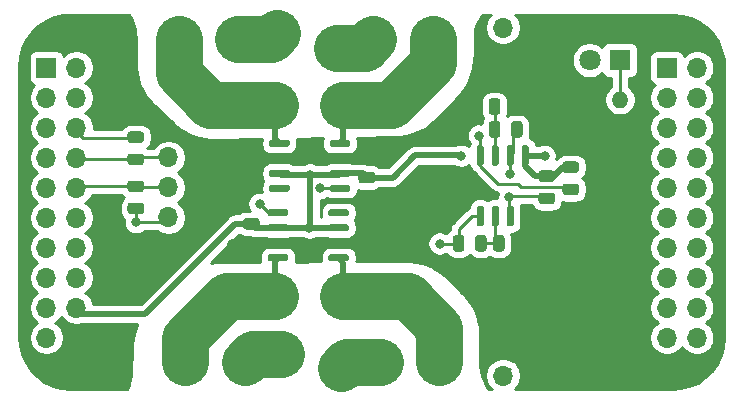
<source format=gbr>
%TF.GenerationSoftware,KiCad,Pcbnew,(5.1.6)-1*%
%TF.CreationDate,2020-06-16T01:11:05+01:00*%
%TF.ProjectId,peltier_driver_pcb,70656c74-6965-4725-9f64-72697665725f,rev?*%
%TF.SameCoordinates,Original*%
%TF.FileFunction,Copper,L1,Top*%
%TF.FilePolarity,Positive*%
%FSLAX46Y46*%
G04 Gerber Fmt 4.6, Leading zero omitted, Abs format (unit mm)*
G04 Created by KiCad (PCBNEW (5.1.6)-1) date 2020-06-16 01:11:05*
%MOMM*%
%LPD*%
G01*
G04 APERTURE LIST*
%TA.AperFunction,ComponentPad*%
%ADD10O,1.700000X1.700000*%
%TD*%
%TA.AperFunction,ComponentPad*%
%ADD11R,1.700000X1.700000*%
%TD*%
%TA.AperFunction,ComponentPad*%
%ADD12C,2.010000*%
%TD*%
%TA.AperFunction,ComponentPad*%
%ADD13C,3.500000*%
%TD*%
%TA.AperFunction,ComponentPad*%
%ADD14C,1.400000*%
%TD*%
%TA.AperFunction,ComponentPad*%
%ADD15O,1.400000X1.400000*%
%TD*%
%TA.AperFunction,ComponentPad*%
%ADD16R,1.800000X1.800000*%
%TD*%
%TA.AperFunction,ComponentPad*%
%ADD17C,1.800000*%
%TD*%
%TA.AperFunction,ViaPad*%
%ADD18C,0.800000*%
%TD*%
%TA.AperFunction,Conductor*%
%ADD19C,0.500000*%
%TD*%
%TA.AperFunction,Conductor*%
%ADD20C,0.250000*%
%TD*%
%TA.AperFunction,Conductor*%
%ADD21C,4.000000*%
%TD*%
%TA.AperFunction,Conductor*%
%ADD22C,0.254000*%
%TD*%
G04 APERTURE END LIST*
D10*
%TO.P,U1,4*%
%TO.N,SDA*%
X120298000Y-66246000D03*
%TO.P,U1,3*%
%TO.N,SCL*%
X120298000Y-68786000D03*
%TO.P,U1,2*%
%TO.N,+3V3*%
X120298000Y-71326000D03*
D11*
%TO.P,U1,1*%
%TO.N,GND*%
X120298000Y-73866000D03*
%TD*%
%TO.P,U9,1*%
%TO.N,Net-(J25-Pad1)*%
%TA.AperFunction,SMDPad,CuDef*%
G36*
G01*
X135584200Y-74592399D02*
X135584200Y-74892399D01*
G75*
G02*
X135434200Y-75042399I-150000J0D01*
G01*
X133984200Y-75042399D01*
G75*
G02*
X133834200Y-74892399I0J150000D01*
G01*
X133834200Y-74592399D01*
G75*
G02*
X133984200Y-74442399I150000J0D01*
G01*
X135434200Y-74442399D01*
G75*
G02*
X135584200Y-74592399I0J-150000D01*
G01*
G37*
%TD.AperFunction*%
%TO.P,U9,2*%
%TO.N,GND*%
%TA.AperFunction,SMDPad,CuDef*%
G36*
G01*
X135584200Y-73322399D02*
X135584200Y-73622399D01*
G75*
G02*
X135434200Y-73772399I-150000J0D01*
G01*
X133984200Y-73772399D01*
G75*
G02*
X133834200Y-73622399I0J150000D01*
G01*
X133834200Y-73322399D01*
G75*
G02*
X133984200Y-73172399I150000J0D01*
G01*
X135434200Y-73172399D01*
G75*
G02*
X135584200Y-73322399I0J-150000D01*
G01*
G37*
%TD.AperFunction*%
%TO.P,U9,3*%
%TO.N,+5V*%
%TA.AperFunction,SMDPad,CuDef*%
G36*
G01*
X135584200Y-72052399D02*
X135584200Y-72352399D01*
G75*
G02*
X135434200Y-72502399I-150000J0D01*
G01*
X133984200Y-72502399D01*
G75*
G02*
X133834200Y-72352399I0J150000D01*
G01*
X133834200Y-72052399D01*
G75*
G02*
X133984200Y-71902399I150000J0D01*
G01*
X135434200Y-71902399D01*
G75*
G02*
X135584200Y-72052399I0J-150000D01*
G01*
G37*
%TD.AperFunction*%
%TO.P,U9,4*%
%TO.N,Net-(U9-Pad4)*%
%TA.AperFunction,SMDPad,CuDef*%
G36*
G01*
X135584200Y-70782399D02*
X135584200Y-71082399D01*
G75*
G02*
X135434200Y-71232399I-150000J0D01*
G01*
X133984200Y-71232399D01*
G75*
G02*
X133834200Y-71082399I0J150000D01*
G01*
X133834200Y-70782399D01*
G75*
G02*
X133984200Y-70632399I150000J0D01*
G01*
X135434200Y-70632399D01*
G75*
G02*
X135584200Y-70782399I0J-150000D01*
G01*
G37*
%TD.AperFunction*%
%TO.P,U9,5*%
%TO.N,I_sense_1*%
%TA.AperFunction,SMDPad,CuDef*%
G36*
G01*
X130434200Y-70782399D02*
X130434200Y-71082399D01*
G75*
G02*
X130284200Y-71232399I-150000J0D01*
G01*
X128834200Y-71232399D01*
G75*
G02*
X128684200Y-71082399I0J150000D01*
G01*
X128684200Y-70782399D01*
G75*
G02*
X128834200Y-70632399I150000J0D01*
G01*
X130284200Y-70632399D01*
G75*
G02*
X130434200Y-70782399I0J-150000D01*
G01*
G37*
%TD.AperFunction*%
%TO.P,U9,6*%
%TO.N,+5V*%
%TA.AperFunction,SMDPad,CuDef*%
G36*
G01*
X130434200Y-72052399D02*
X130434200Y-72352399D01*
G75*
G02*
X130284200Y-72502399I-150000J0D01*
G01*
X128834200Y-72502399D01*
G75*
G02*
X128684200Y-72352399I0J150000D01*
G01*
X128684200Y-72052399D01*
G75*
G02*
X128834200Y-71902399I150000J0D01*
G01*
X130284200Y-71902399D01*
G75*
G02*
X130434200Y-72052399I0J-150000D01*
G01*
G37*
%TD.AperFunction*%
%TO.P,U9,7*%
%TO.N,GND*%
%TA.AperFunction,SMDPad,CuDef*%
G36*
G01*
X130434200Y-73322399D02*
X130434200Y-73622399D01*
G75*
G02*
X130284200Y-73772399I-150000J0D01*
G01*
X128834200Y-73772399D01*
G75*
G02*
X128684200Y-73622399I0J150000D01*
G01*
X128684200Y-73322399D01*
G75*
G02*
X128834200Y-73172399I150000J0D01*
G01*
X130284200Y-73172399D01*
G75*
G02*
X130434200Y-73322399I0J-150000D01*
G01*
G37*
%TD.AperFunction*%
%TO.P,U9,8*%
%TO.N,Net-(J28-Pad1)*%
%TA.AperFunction,SMDPad,CuDef*%
G36*
G01*
X130434200Y-74592399D02*
X130434200Y-74892399D01*
G75*
G02*
X130284200Y-75042399I-150000J0D01*
G01*
X128834200Y-75042399D01*
G75*
G02*
X128684200Y-74892399I0J150000D01*
G01*
X128684200Y-74592399D01*
G75*
G02*
X128834200Y-74442399I150000J0D01*
G01*
X130284200Y-74442399D01*
G75*
G02*
X130434200Y-74592399I0J-150000D01*
G01*
G37*
%TD.AperFunction*%
%TD*%
%TO.P,C6,2*%
%TO.N,+5V*%
%TA.AperFunction,SMDPad,CuDef*%
G36*
G01*
X127763250Y-72352500D02*
X126850750Y-72352500D01*
G75*
G02*
X126607000Y-72108750I0J243750D01*
G01*
X126607000Y-71621250D01*
G75*
G02*
X126850750Y-71377500I243750J0D01*
G01*
X127763250Y-71377500D01*
G75*
G02*
X128007000Y-71621250I0J-243750D01*
G01*
X128007000Y-72108750D01*
G75*
G02*
X127763250Y-72352500I-243750J0D01*
G01*
G37*
%TD.AperFunction*%
%TO.P,C6,1*%
%TO.N,GND*%
%TA.AperFunction,SMDPad,CuDef*%
G36*
G01*
X127763250Y-74227500D02*
X126850750Y-74227500D01*
G75*
G02*
X126607000Y-73983750I0J243750D01*
G01*
X126607000Y-73496250D01*
G75*
G02*
X126850750Y-73252500I243750J0D01*
G01*
X127763250Y-73252500D01*
G75*
G02*
X128007000Y-73496250I0J-243750D01*
G01*
X128007000Y-73983750D01*
G75*
G02*
X127763250Y-74227500I-243750J0D01*
G01*
G37*
%TD.AperFunction*%
%TD*%
D10*
%TO.P,J3,2*%
%TO.N,Net-(J3-Pad2)*%
X148624000Y-84714000D03*
D11*
%TO.P,J3,1*%
%TO.N,GND*%
X151164000Y-84714000D03*
%TD*%
%TO.P,J10,1*%
%TO.N,GND*%
X151164000Y-55250000D03*
D10*
%TO.P,J10,2*%
%TO.N,Net-(J10-Pad2)*%
X148624000Y-55250000D03*
%TD*%
%TO.P,R3,2*%
%TO.N,+5V*%
%TA.AperFunction,SMDPad,CuDef*%
G36*
G01*
X152782250Y-68318500D02*
X151869750Y-68318500D01*
G75*
G02*
X151626000Y-68074750I0J243750D01*
G01*
X151626000Y-67587250D01*
G75*
G02*
X151869750Y-67343500I243750J0D01*
G01*
X152782250Y-67343500D01*
G75*
G02*
X153026000Y-67587250I0J-243750D01*
G01*
X153026000Y-68074750D01*
G75*
G02*
X152782250Y-68318500I-243750J0D01*
G01*
G37*
%TD.AperFunction*%
%TO.P,R3,1*%
%TO.N,Net-(J3-Pad2)*%
%TA.AperFunction,SMDPad,CuDef*%
G36*
G01*
X152782250Y-70193500D02*
X151869750Y-70193500D01*
G75*
G02*
X151626000Y-69949750I0J243750D01*
G01*
X151626000Y-69462250D01*
G75*
G02*
X151869750Y-69218500I243750J0D01*
G01*
X152782250Y-69218500D01*
G75*
G02*
X153026000Y-69462250I0J-243750D01*
G01*
X153026000Y-69949750D01*
G75*
G02*
X152782250Y-70193500I-243750J0D01*
G01*
G37*
%TD.AperFunction*%
%TD*%
%TO.P,R5,1*%
%TO.N,Net-(R4-Pad2)*%
%TA.AperFunction,SMDPad,CuDef*%
G36*
G01*
X147774500Y-73972250D02*
X147774500Y-73059750D01*
G75*
G02*
X148018250Y-72816000I243750J0D01*
G01*
X148505750Y-72816000D01*
G75*
G02*
X148749500Y-73059750I0J-243750D01*
G01*
X148749500Y-73972250D01*
G75*
G02*
X148505750Y-74216000I-243750J0D01*
G01*
X148018250Y-74216000D01*
G75*
G02*
X147774500Y-73972250I0J243750D01*
G01*
G37*
%TD.AperFunction*%
%TO.P,R5,2*%
%TO.N,GND*%
%TA.AperFunction,SMDPad,CuDef*%
G36*
G01*
X149649500Y-73972250D02*
X149649500Y-73059750D01*
G75*
G02*
X149893250Y-72816000I243750J0D01*
G01*
X150380750Y-72816000D01*
G75*
G02*
X150624500Y-73059750I0J-243750D01*
G01*
X150624500Y-73972250D01*
G75*
G02*
X150380750Y-74216000I-243750J0D01*
G01*
X149893250Y-74216000D01*
G75*
G02*
X149649500Y-73972250I0J243750D01*
G01*
G37*
%TD.AperFunction*%
%TD*%
%TO.P,R9,1*%
%TO.N,Net-(J10-Pad2)*%
%TA.AperFunction,SMDPad,CuDef*%
G36*
G01*
X154814250Y-69431500D02*
X153901750Y-69431500D01*
G75*
G02*
X153658000Y-69187750I0J243750D01*
G01*
X153658000Y-68700250D01*
G75*
G02*
X153901750Y-68456500I243750J0D01*
G01*
X154814250Y-68456500D01*
G75*
G02*
X155058000Y-68700250I0J-243750D01*
G01*
X155058000Y-69187750D01*
G75*
G02*
X154814250Y-69431500I-243750J0D01*
G01*
G37*
%TD.AperFunction*%
%TO.P,R9,2*%
%TO.N,+5V*%
%TA.AperFunction,SMDPad,CuDef*%
G36*
G01*
X154814250Y-67556500D02*
X153901750Y-67556500D01*
G75*
G02*
X153658000Y-67312750I0J243750D01*
G01*
X153658000Y-66825250D01*
G75*
G02*
X153901750Y-66581500I243750J0D01*
G01*
X154814250Y-66581500D01*
G75*
G02*
X155058000Y-66825250I0J-243750D01*
G01*
X155058000Y-67312750D01*
G75*
G02*
X154814250Y-67556500I-243750J0D01*
G01*
G37*
%TD.AperFunction*%
%TD*%
%TO.P,R4,2*%
%TO.N,Net-(R4-Pad2)*%
%TA.AperFunction,SMDPad,CuDef*%
G36*
G01*
X146250500Y-73972250D02*
X146250500Y-73059750D01*
G75*
G02*
X146494250Y-72816000I243750J0D01*
G01*
X146981750Y-72816000D01*
G75*
G02*
X147225500Y-73059750I0J-243750D01*
G01*
X147225500Y-73972250D01*
G75*
G02*
X146981750Y-74216000I-243750J0D01*
G01*
X146494250Y-74216000D01*
G75*
G02*
X146250500Y-73972250I0J243750D01*
G01*
G37*
%TD.AperFunction*%
%TO.P,R4,1*%
%TO.N,T_sense1*%
%TA.AperFunction,SMDPad,CuDef*%
G36*
G01*
X144375500Y-73972250D02*
X144375500Y-73059750D01*
G75*
G02*
X144619250Y-72816000I243750J0D01*
G01*
X145106750Y-72816000D01*
G75*
G02*
X145350500Y-73059750I0J-243750D01*
G01*
X145350500Y-73972250D01*
G75*
G02*
X145106750Y-74216000I-243750J0D01*
G01*
X144619250Y-74216000D01*
G75*
G02*
X144375500Y-73972250I0J243750D01*
G01*
G37*
%TD.AperFunction*%
%TD*%
%TO.P,R7,2*%
%TO.N,Net-(R7-Pad2)*%
%TA.AperFunction,SMDPad,CuDef*%
G36*
G01*
X148398500Y-63407750D02*
X148398500Y-64320250D01*
G75*
G02*
X148154750Y-64564000I-243750J0D01*
G01*
X147667250Y-64564000D01*
G75*
G02*
X147423500Y-64320250I0J243750D01*
G01*
X147423500Y-63407750D01*
G75*
G02*
X147667250Y-63164000I243750J0D01*
G01*
X148154750Y-63164000D01*
G75*
G02*
X148398500Y-63407750I0J-243750D01*
G01*
G37*
%TD.AperFunction*%
%TO.P,R7,1*%
%TO.N,T_sense2*%
%TA.AperFunction,SMDPad,CuDef*%
G36*
G01*
X150273500Y-63407750D02*
X150273500Y-64320250D01*
G75*
G02*
X150029750Y-64564000I-243750J0D01*
G01*
X149542250Y-64564000D01*
G75*
G02*
X149298500Y-64320250I0J243750D01*
G01*
X149298500Y-63407750D01*
G75*
G02*
X149542250Y-63164000I243750J0D01*
G01*
X150029750Y-63164000D01*
G75*
G02*
X150273500Y-63407750I0J-243750D01*
G01*
G37*
%TD.AperFunction*%
%TD*%
%TO.P,R8,2*%
%TO.N,GND*%
%TA.AperFunction,SMDPad,CuDef*%
G36*
G01*
X149293900Y-62389850D02*
X149293900Y-61477350D01*
G75*
G02*
X149537650Y-61233600I243750J0D01*
G01*
X150025150Y-61233600D01*
G75*
G02*
X150268900Y-61477350I0J-243750D01*
G01*
X150268900Y-62389850D01*
G75*
G02*
X150025150Y-62633600I-243750J0D01*
G01*
X149537650Y-62633600D01*
G75*
G02*
X149293900Y-62389850I0J243750D01*
G01*
G37*
%TD.AperFunction*%
%TO.P,R8,1*%
%TO.N,Net-(R7-Pad2)*%
%TA.AperFunction,SMDPad,CuDef*%
G36*
G01*
X147418900Y-62389850D02*
X147418900Y-61477350D01*
G75*
G02*
X147662650Y-61233600I243750J0D01*
G01*
X148150150Y-61233600D01*
G75*
G02*
X148393900Y-61477350I0J-243750D01*
G01*
X148393900Y-62389850D01*
G75*
G02*
X148150150Y-62633600I-243750J0D01*
G01*
X147662650Y-62633600D01*
G75*
G02*
X147418900Y-62389850I0J243750D01*
G01*
G37*
%TD.AperFunction*%
%TD*%
%TO.P,U3,1*%
%TO.N,T_sense1*%
%TA.AperFunction,SMDPad,CuDef*%
G36*
G01*
X146837200Y-72089200D02*
X146537200Y-72089200D01*
G75*
G02*
X146387200Y-71939200I0J150000D01*
G01*
X146387200Y-70489200D01*
G75*
G02*
X146537200Y-70339200I150000J0D01*
G01*
X146837200Y-70339200D01*
G75*
G02*
X146987200Y-70489200I0J-150000D01*
G01*
X146987200Y-71939200D01*
G75*
G02*
X146837200Y-72089200I-150000J0D01*
G01*
G37*
%TD.AperFunction*%
%TO.P,U3,2*%
%TO.N,Net-(R4-Pad2)*%
%TA.AperFunction,SMDPad,CuDef*%
G36*
G01*
X148107200Y-72089200D02*
X147807200Y-72089200D01*
G75*
G02*
X147657200Y-71939200I0J150000D01*
G01*
X147657200Y-70489200D01*
G75*
G02*
X147807200Y-70339200I150000J0D01*
G01*
X148107200Y-70339200D01*
G75*
G02*
X148257200Y-70489200I0J-150000D01*
G01*
X148257200Y-71939200D01*
G75*
G02*
X148107200Y-72089200I-150000J0D01*
G01*
G37*
%TD.AperFunction*%
%TO.P,U3,3*%
%TO.N,Net-(J3-Pad2)*%
%TA.AperFunction,SMDPad,CuDef*%
G36*
G01*
X149377200Y-72089200D02*
X149077200Y-72089200D01*
G75*
G02*
X148927200Y-71939200I0J150000D01*
G01*
X148927200Y-70489200D01*
G75*
G02*
X149077200Y-70339200I150000J0D01*
G01*
X149377200Y-70339200D01*
G75*
G02*
X149527200Y-70489200I0J-150000D01*
G01*
X149527200Y-71939200D01*
G75*
G02*
X149377200Y-72089200I-150000J0D01*
G01*
G37*
%TD.AperFunction*%
%TO.P,U3,4*%
%TO.N,GND*%
%TA.AperFunction,SMDPad,CuDef*%
G36*
G01*
X150647200Y-72089200D02*
X150347200Y-72089200D01*
G75*
G02*
X150197200Y-71939200I0J150000D01*
G01*
X150197200Y-70489200D01*
G75*
G02*
X150347200Y-70339200I150000J0D01*
G01*
X150647200Y-70339200D01*
G75*
G02*
X150797200Y-70489200I0J-150000D01*
G01*
X150797200Y-71939200D01*
G75*
G02*
X150647200Y-72089200I-150000J0D01*
G01*
G37*
%TD.AperFunction*%
%TO.P,U3,5*%
%TO.N,+5V*%
%TA.AperFunction,SMDPad,CuDef*%
G36*
G01*
X150647200Y-66939200D02*
X150347200Y-66939200D01*
G75*
G02*
X150197200Y-66789200I0J150000D01*
G01*
X150197200Y-65339200D01*
G75*
G02*
X150347200Y-65189200I150000J0D01*
G01*
X150647200Y-65189200D01*
G75*
G02*
X150797200Y-65339200I0J-150000D01*
G01*
X150797200Y-66789200D01*
G75*
G02*
X150647200Y-66939200I-150000J0D01*
G01*
G37*
%TD.AperFunction*%
%TO.P,U3,6*%
%TO.N,T_sense2*%
%TA.AperFunction,SMDPad,CuDef*%
G36*
G01*
X149377200Y-66939200D02*
X149077200Y-66939200D01*
G75*
G02*
X148927200Y-66789200I0J150000D01*
G01*
X148927200Y-65339200D01*
G75*
G02*
X149077200Y-65189200I150000J0D01*
G01*
X149377200Y-65189200D01*
G75*
G02*
X149527200Y-65339200I0J-150000D01*
G01*
X149527200Y-66789200D01*
G75*
G02*
X149377200Y-66939200I-150000J0D01*
G01*
G37*
%TD.AperFunction*%
%TO.P,U3,7*%
%TO.N,Net-(R7-Pad2)*%
%TA.AperFunction,SMDPad,CuDef*%
G36*
G01*
X148107200Y-66939200D02*
X147807200Y-66939200D01*
G75*
G02*
X147657200Y-66789200I0J150000D01*
G01*
X147657200Y-65339200D01*
G75*
G02*
X147807200Y-65189200I150000J0D01*
G01*
X148107200Y-65189200D01*
G75*
G02*
X148257200Y-65339200I0J-150000D01*
G01*
X148257200Y-66789200D01*
G75*
G02*
X148107200Y-66939200I-150000J0D01*
G01*
G37*
%TD.AperFunction*%
%TO.P,U3,8*%
%TO.N,Net-(J10-Pad2)*%
%TA.AperFunction,SMDPad,CuDef*%
G36*
G01*
X146837200Y-66939200D02*
X146537200Y-66939200D01*
G75*
G02*
X146387200Y-66789200I0J150000D01*
G01*
X146387200Y-65339200D01*
G75*
G02*
X146537200Y-65189200I150000J0D01*
G01*
X146837200Y-65189200D01*
G75*
G02*
X146987200Y-65339200I0J-150000D01*
G01*
X146987200Y-66789200D01*
G75*
G02*
X146837200Y-66939200I-150000J0D01*
G01*
G37*
%TD.AperFunction*%
%TD*%
%TO.P,R14,1*%
%TO.N,Net-(J28-Pad1)*%
%TA.AperFunction,SMDPad,CuDef*%
G36*
G01*
X128634200Y-79411401D02*
X128634200Y-76561399D01*
G75*
G02*
X128884199Y-76311400I249999J0D01*
G01*
X129734201Y-76311400D01*
G75*
G02*
X129984200Y-76561399I0J-249999D01*
G01*
X129984200Y-79411401D01*
G75*
G02*
X129734201Y-79661400I-249999J0D01*
G01*
X128884199Y-79661400D01*
G75*
G02*
X128634200Y-79411401I0J249999D01*
G01*
G37*
%TD.AperFunction*%
%TO.P,R14,2*%
%TO.N,Net-(J25-Pad1)*%
%TA.AperFunction,SMDPad,CuDef*%
G36*
G01*
X134434200Y-79411401D02*
X134434200Y-76561399D01*
G75*
G02*
X134684199Y-76311400I249999J0D01*
G01*
X135534201Y-76311400D01*
G75*
G02*
X135784200Y-76561399I0J-249999D01*
G01*
X135784200Y-79411401D01*
G75*
G02*
X135534201Y-79661400I-249999J0D01*
G01*
X134684199Y-79661400D01*
G75*
G02*
X134434200Y-79411401I0J249999D01*
G01*
G37*
%TD.AperFunction*%
%TD*%
D11*
%TO.P,J9,1*%
%TO.N,A0*%
X109960000Y-58640000D03*
D10*
%TO.P,J9,2*%
%TO.N,I_sense_2*%
X112500000Y-58640000D03*
%TO.P,J9,3*%
%TO.N,A1*%
X109960000Y-61180000D03*
%TO.P,J9,4*%
%TO.N,T_sense2*%
X112500000Y-61180000D03*
%TO.P,J9,5*%
%TO.N,A2*%
X109960000Y-63720000D03*
%TO.P,J9,6*%
%TO.N,+3V3*%
X112500000Y-63720000D03*
%TO.P,J9,7*%
%TO.N,A3*%
X109960000Y-66260000D03*
%TO.P,J9,8*%
%TO.N,SDA*%
X112500000Y-66260000D03*
%TO.P,J9,9*%
%TO.N,A4*%
X109960000Y-68800000D03*
%TO.P,J9,10*%
%TO.N,SCL*%
X112500000Y-68800000D03*
%TO.P,J9,11*%
%TO.N,D0*%
X109960000Y-71340000D03*
%TO.P,J9,12*%
%TO.N,I_sense_1*%
X112500000Y-71340000D03*
%TO.P,J9,13*%
%TO.N,D1*%
X109960000Y-73880000D03*
%TO.P,J9,14*%
%TO.N,T_sense1*%
X112500000Y-73880000D03*
%TO.P,J9,15*%
%TO.N,D2*%
X109960000Y-76420000D03*
%TO.P,J9,16*%
%TO.N,D3*%
X112500000Y-76420000D03*
%TO.P,J9,17*%
%TO.N,PWM0*%
X109960000Y-78960000D03*
%TO.P,J9,18*%
%TO.N,+5V*%
X112500000Y-78960000D03*
%TO.P,J9,19*%
%TO.N,PWM1*%
X109960000Y-81500000D03*
%TO.P,J9,20*%
%TO.N,GND*%
X112500000Y-81500000D03*
%TD*%
%TO.P,R1,2*%
%TO.N,SCL*%
%TA.AperFunction,SMDPad,CuDef*%
G36*
G01*
X117984250Y-69177500D02*
X117071750Y-69177500D01*
G75*
G02*
X116828000Y-68933750I0J243750D01*
G01*
X116828000Y-68446250D01*
G75*
G02*
X117071750Y-68202500I243750J0D01*
G01*
X117984250Y-68202500D01*
G75*
G02*
X118228000Y-68446250I0J-243750D01*
G01*
X118228000Y-68933750D01*
G75*
G02*
X117984250Y-69177500I-243750J0D01*
G01*
G37*
%TD.AperFunction*%
%TO.P,R1,1*%
%TO.N,+3V3*%
%TA.AperFunction,SMDPad,CuDef*%
G36*
G01*
X117984250Y-71052500D02*
X117071750Y-71052500D01*
G75*
G02*
X116828000Y-70808750I0J243750D01*
G01*
X116828000Y-70321250D01*
G75*
G02*
X117071750Y-70077500I243750J0D01*
G01*
X117984250Y-70077500D01*
G75*
G02*
X118228000Y-70321250I0J-243750D01*
G01*
X118228000Y-70808750D01*
G75*
G02*
X117984250Y-71052500I-243750J0D01*
G01*
G37*
%TD.AperFunction*%
%TD*%
D12*
%TO.P,F1,1*%
%TO.N,Net-(F1-Pad1)*%
X129466000Y-55736000D03*
%TO.P,F1,2*%
%TO.N,Net-(F1-Pad2)*%
X134566000Y-56936000D03*
%TD*%
%TO.P,F6,2*%
%TO.N,Net-(F6-Pad2)*%
X134947000Y-84114000D03*
%TO.P,F6,1*%
%TO.N,Net-(F6-Pad1)*%
X129847000Y-82914000D03*
%TD*%
D13*
%TO.P,J1,1*%
%TO.N,Net-(F1-Pad2)*%
X137594000Y-56244000D03*
%TD*%
%TO.P,J2,1*%
%TO.N,Net-(F1-Pad1)*%
X126164000Y-56244000D03*
%TD*%
%TO.P,J4,1*%
%TO.N,Net-(J4-Pad1)*%
X121164000Y-56244000D03*
%TD*%
%TO.P,J5,1*%
%TO.N,Net-(J5-Pad1)*%
X142674000Y-56244000D03*
%TD*%
%TO.P,J21,1*%
%TO.N,Net-(F6-Pad2)*%
X138229000Y-83549000D03*
%TD*%
%TO.P,J22,1*%
%TO.N,Net-(F6-Pad1)*%
X126799000Y-83549000D03*
%TD*%
%TO.P,J25,1*%
%TO.N,Net-(J25-Pad1)*%
X143229000Y-83549000D03*
%TD*%
%TO.P,J28,1*%
%TO.N,Net-(J28-Pad1)*%
X121719000Y-83549000D03*
%TD*%
%TO.P,C1,1*%
%TO.N,GND*%
%TA.AperFunction,SMDPad,CuDef*%
G36*
G01*
X136629750Y-65586300D02*
X137542250Y-65586300D01*
G75*
G02*
X137786000Y-65830050I0J-243750D01*
G01*
X137786000Y-66317550D01*
G75*
G02*
X137542250Y-66561300I-243750J0D01*
G01*
X136629750Y-66561300D01*
G75*
G02*
X136386000Y-66317550I0J243750D01*
G01*
X136386000Y-65830050D01*
G75*
G02*
X136629750Y-65586300I243750J0D01*
G01*
G37*
%TD.AperFunction*%
%TO.P,C1,2*%
%TO.N,+5V*%
%TA.AperFunction,SMDPad,CuDef*%
G36*
G01*
X136629750Y-67461300D02*
X137542250Y-67461300D01*
G75*
G02*
X137786000Y-67705050I0J-243750D01*
G01*
X137786000Y-68192550D01*
G75*
G02*
X137542250Y-68436300I-243750J0D01*
G01*
X136629750Y-68436300D01*
G75*
G02*
X136386000Y-68192550I0J243750D01*
G01*
X136386000Y-67705050D01*
G75*
G02*
X136629750Y-67461300I243750J0D01*
G01*
G37*
%TD.AperFunction*%
%TD*%
%TO.P,R2,1*%
%TO.N,+3V3*%
%TA.AperFunction,SMDPad,CuDef*%
G36*
G01*
X117071750Y-64041500D02*
X117984250Y-64041500D01*
G75*
G02*
X118228000Y-64285250I0J-243750D01*
G01*
X118228000Y-64772750D01*
G75*
G02*
X117984250Y-65016500I-243750J0D01*
G01*
X117071750Y-65016500D01*
G75*
G02*
X116828000Y-64772750I0J243750D01*
G01*
X116828000Y-64285250D01*
G75*
G02*
X117071750Y-64041500I243750J0D01*
G01*
G37*
%TD.AperFunction*%
%TO.P,R2,2*%
%TO.N,SDA*%
%TA.AperFunction,SMDPad,CuDef*%
G36*
G01*
X117071750Y-65916500D02*
X117984250Y-65916500D01*
G75*
G02*
X118228000Y-66160250I0J-243750D01*
G01*
X118228000Y-66647750D01*
G75*
G02*
X117984250Y-66891500I-243750J0D01*
G01*
X117071750Y-66891500D01*
G75*
G02*
X116828000Y-66647750I0J243750D01*
G01*
X116828000Y-66160250D01*
G75*
G02*
X117071750Y-65916500I243750J0D01*
G01*
G37*
%TD.AperFunction*%
%TD*%
%TO.P,R6,1*%
%TO.N,Net-(J5-Pad1)*%
%TA.AperFunction,SMDPad,CuDef*%
G36*
G01*
X135758800Y-60381599D02*
X135758800Y-63231601D01*
G75*
G02*
X135508801Y-63481600I-249999J0D01*
G01*
X134658799Y-63481600D01*
G75*
G02*
X134408800Y-63231601I0J249999D01*
G01*
X134408800Y-60381599D01*
G75*
G02*
X134658799Y-60131600I249999J0D01*
G01*
X135508801Y-60131600D01*
G75*
G02*
X135758800Y-60381599I0J-249999D01*
G01*
G37*
%TD.AperFunction*%
%TO.P,R6,2*%
%TO.N,Net-(J4-Pad1)*%
%TA.AperFunction,SMDPad,CuDef*%
G36*
G01*
X129958800Y-60381599D02*
X129958800Y-63231601D01*
G75*
G02*
X129708801Y-63481600I-249999J0D01*
G01*
X128858799Y-63481600D01*
G75*
G02*
X128608800Y-63231601I0J249999D01*
G01*
X128608800Y-60381599D01*
G75*
G02*
X128858799Y-60131600I249999J0D01*
G01*
X129708801Y-60131600D01*
G75*
G02*
X129958800Y-60381599I0J-249999D01*
G01*
G37*
%TD.AperFunction*%
%TD*%
%TO.P,U4,1*%
%TO.N,Net-(J4-Pad1)*%
%TA.AperFunction,SMDPad,CuDef*%
G36*
G01*
X128808800Y-65200601D02*
X128808800Y-64900601D01*
G75*
G02*
X128958800Y-64750601I150000J0D01*
G01*
X130408800Y-64750601D01*
G75*
G02*
X130558800Y-64900601I0J-150000D01*
G01*
X130558800Y-65200601D01*
G75*
G02*
X130408800Y-65350601I-150000J0D01*
G01*
X128958800Y-65350601D01*
G75*
G02*
X128808800Y-65200601I0J150000D01*
G01*
G37*
%TD.AperFunction*%
%TO.P,U4,2*%
%TO.N,GND*%
%TA.AperFunction,SMDPad,CuDef*%
G36*
G01*
X128808800Y-66470601D02*
X128808800Y-66170601D01*
G75*
G02*
X128958800Y-66020601I150000J0D01*
G01*
X130408800Y-66020601D01*
G75*
G02*
X130558800Y-66170601I0J-150000D01*
G01*
X130558800Y-66470601D01*
G75*
G02*
X130408800Y-66620601I-150000J0D01*
G01*
X128958800Y-66620601D01*
G75*
G02*
X128808800Y-66470601I0J150000D01*
G01*
G37*
%TD.AperFunction*%
%TO.P,U4,3*%
%TO.N,+5V*%
%TA.AperFunction,SMDPad,CuDef*%
G36*
G01*
X128808800Y-67740601D02*
X128808800Y-67440601D01*
G75*
G02*
X128958800Y-67290601I150000J0D01*
G01*
X130408800Y-67290601D01*
G75*
G02*
X130558800Y-67440601I0J-150000D01*
G01*
X130558800Y-67740601D01*
G75*
G02*
X130408800Y-67890601I-150000J0D01*
G01*
X128958800Y-67890601D01*
G75*
G02*
X128808800Y-67740601I0J150000D01*
G01*
G37*
%TD.AperFunction*%
%TO.P,U4,4*%
%TO.N,Net-(U4-Pad4)*%
%TA.AperFunction,SMDPad,CuDef*%
G36*
G01*
X128808800Y-69010601D02*
X128808800Y-68710601D01*
G75*
G02*
X128958800Y-68560601I150000J0D01*
G01*
X130408800Y-68560601D01*
G75*
G02*
X130558800Y-68710601I0J-150000D01*
G01*
X130558800Y-69010601D01*
G75*
G02*
X130408800Y-69160601I-150000J0D01*
G01*
X128958800Y-69160601D01*
G75*
G02*
X128808800Y-69010601I0J150000D01*
G01*
G37*
%TD.AperFunction*%
%TO.P,U4,5*%
%TO.N,I_sense_2*%
%TA.AperFunction,SMDPad,CuDef*%
G36*
G01*
X133958800Y-69010601D02*
X133958800Y-68710601D01*
G75*
G02*
X134108800Y-68560601I150000J0D01*
G01*
X135558800Y-68560601D01*
G75*
G02*
X135708800Y-68710601I0J-150000D01*
G01*
X135708800Y-69010601D01*
G75*
G02*
X135558800Y-69160601I-150000J0D01*
G01*
X134108800Y-69160601D01*
G75*
G02*
X133958800Y-69010601I0J150000D01*
G01*
G37*
%TD.AperFunction*%
%TO.P,U4,6*%
%TO.N,+5V*%
%TA.AperFunction,SMDPad,CuDef*%
G36*
G01*
X133958800Y-67740601D02*
X133958800Y-67440601D01*
G75*
G02*
X134108800Y-67290601I150000J0D01*
G01*
X135558800Y-67290601D01*
G75*
G02*
X135708800Y-67440601I0J-150000D01*
G01*
X135708800Y-67740601D01*
G75*
G02*
X135558800Y-67890601I-150000J0D01*
G01*
X134108800Y-67890601D01*
G75*
G02*
X133958800Y-67740601I0J150000D01*
G01*
G37*
%TD.AperFunction*%
%TO.P,U4,7*%
%TO.N,GND*%
%TA.AperFunction,SMDPad,CuDef*%
G36*
G01*
X133958800Y-66470601D02*
X133958800Y-66170601D01*
G75*
G02*
X134108800Y-66020601I150000J0D01*
G01*
X135558800Y-66020601D01*
G75*
G02*
X135708800Y-66170601I0J-150000D01*
G01*
X135708800Y-66470601D01*
G75*
G02*
X135558800Y-66620601I-150000J0D01*
G01*
X134108800Y-66620601D01*
G75*
G02*
X133958800Y-66470601I0J150000D01*
G01*
G37*
%TD.AperFunction*%
%TO.P,U4,8*%
%TO.N,Net-(J5-Pad1)*%
%TA.AperFunction,SMDPad,CuDef*%
G36*
G01*
X133958800Y-65200601D02*
X133958800Y-64900601D01*
G75*
G02*
X134108800Y-64750601I150000J0D01*
G01*
X135558800Y-64750601D01*
G75*
G02*
X135708800Y-64900601I0J-150000D01*
G01*
X135708800Y-65200601D01*
G75*
G02*
X135558800Y-65350601I-150000J0D01*
G01*
X134108800Y-65350601D01*
G75*
G02*
X133958800Y-65200601I0J150000D01*
G01*
G37*
%TD.AperFunction*%
%TD*%
D11*
%TO.P,J6,1*%
%TO.N,Net-(J6-Pad1)*%
X162500000Y-58640000D03*
D10*
%TO.P,J6,2*%
%TO.N,Net-(J6-Pad2)*%
X165040000Y-58640000D03*
%TO.P,J6,3*%
%TO.N,Net-(J6-Pad3)*%
X162500000Y-61180000D03*
%TO.P,J6,4*%
%TO.N,Net-(J6-Pad4)*%
X165040000Y-61180000D03*
%TO.P,J6,5*%
%TO.N,Net-(J6-Pad5)*%
X162500000Y-63720000D03*
%TO.P,J6,6*%
%TO.N,Net-(J6-Pad6)*%
X165040000Y-63720000D03*
%TO.P,J6,7*%
%TO.N,Net-(J6-Pad7)*%
X162500000Y-66260000D03*
%TO.P,J6,8*%
%TO.N,Net-(J6-Pad8)*%
X165040000Y-66260000D03*
%TO.P,J6,9*%
%TO.N,Net-(J6-Pad9)*%
X162500000Y-68800000D03*
%TO.P,J6,10*%
%TO.N,Net-(J6-Pad10)*%
X165040000Y-68800000D03*
%TO.P,J6,11*%
%TO.N,Net-(J6-Pad11)*%
X162500000Y-71340000D03*
%TO.P,J6,12*%
%TO.N,Net-(J6-Pad12)*%
X165040000Y-71340000D03*
%TO.P,J6,13*%
%TO.N,Net-(J6-Pad13)*%
X162500000Y-73880000D03*
%TO.P,J6,14*%
%TO.N,Net-(J6-Pad14)*%
X165040000Y-73880000D03*
%TO.P,J6,15*%
%TO.N,Net-(J6-Pad15)*%
X162500000Y-76420000D03*
%TO.P,J6,16*%
%TO.N,Net-(J6-Pad16)*%
X165040000Y-76420000D03*
%TO.P,J6,17*%
%TO.N,Net-(J6-Pad17)*%
X162500000Y-78960000D03*
%TO.P,J6,18*%
%TO.N,Net-(J6-Pad18)*%
X165040000Y-78960000D03*
%TO.P,J6,19*%
%TO.N,Net-(J6-Pad19)*%
X162500000Y-81500000D03*
%TO.P,J6,20*%
%TO.N,Net-(J6-Pad20)*%
X165040000Y-81500000D03*
%TD*%
D14*
%TO.P,R10,1*%
%TO.N,GND*%
X155966000Y-61346000D03*
D15*
%TO.P,R10,2*%
%TO.N,Net-(D1-Pad1)*%
X158506000Y-61346000D03*
%TD*%
D16*
%TO.P,D1,1*%
%TO.N,Net-(D1-Pad1)*%
X158500000Y-58000000D03*
D17*
%TO.P,D1,2*%
%TO.N,+5V*%
X155960000Y-58000000D03*
%TD*%
D18*
%TO.N,GND*%
X115476000Y-82936000D03*
X115476000Y-78000000D03*
X125662400Y-73614200D03*
%TO.N,+3V3*%
X117528000Y-71712600D03*
%TO.N,+5V*%
X152148200Y-66099200D03*
X145087000Y-66099200D03*
X132234600Y-72195200D03*
X132285400Y-67699400D03*
%TO.N,T_sense2*%
X149201800Y-67674000D03*
%TO.N,T_sense1*%
X143258200Y-73541400D03*
%TO.N,Net-(J10-Pad2)*%
X146592000Y-64394000D03*
%TO.N,I_sense_1*%
X128018200Y-70163200D03*
%TO.N,I_sense_2*%
X133149000Y-68817000D03*
%TO.N,Net-(J3-Pad2)*%
X149157400Y-69601000D03*
%TD*%
D19*
%TO.N,GND*%
X136839199Y-66320601D02*
X137086000Y-66073800D01*
X134833800Y-66320601D02*
X136839199Y-66320601D01*
X127574601Y-73472399D02*
X127307000Y-73740000D01*
X129559200Y-73472399D02*
X127574601Y-73472399D01*
D20*
%TO.N,+3V3*%
X117528000Y-71992000D02*
X117528000Y-71992000D01*
X119911400Y-71712600D02*
X120298000Y-71326000D01*
X117528000Y-71712600D02*
X119911400Y-71712600D01*
X117528000Y-70565000D02*
X117528000Y-71712600D01*
X117431000Y-64626000D02*
X113086000Y-64626000D01*
X117528000Y-64529000D02*
X117431000Y-64626000D01*
X113086000Y-64626000D02*
X112540000Y-64080000D01*
D19*
%TO.N,+5V*%
X136727801Y-67590601D02*
X137086000Y-67948800D01*
X134833800Y-67590601D02*
X136727801Y-67590601D01*
X127644399Y-72202399D02*
X127307000Y-71865000D01*
X129559200Y-72202399D02*
X127644399Y-72202399D01*
X152859400Y-67928000D02*
X152423000Y-67928000D01*
X154358000Y-67069000D02*
X153718400Y-67069000D01*
X152423000Y-67928000D02*
X152326000Y-67831000D01*
X153718400Y-67069000D02*
X152859400Y-67928000D01*
X129792599Y-67699400D02*
X129683800Y-67590601D01*
X132285400Y-67699400D02*
X129792599Y-67699400D01*
X134725001Y-67699400D02*
X134833800Y-67590601D01*
X132285400Y-67699400D02*
X134725001Y-67699400D01*
X132285400Y-72144400D02*
X132234600Y-72195200D01*
X132285400Y-67699400D02*
X132285400Y-72144400D01*
X129566399Y-72195200D02*
X129559200Y-72202399D01*
X132234600Y-72195200D02*
X129566399Y-72195200D01*
X134702001Y-72195200D02*
X134709200Y-72202399D01*
X132234600Y-72195200D02*
X134702001Y-72195200D01*
X141150000Y-66073800D02*
X145061600Y-66073800D01*
X145061600Y-66073800D02*
X145087000Y-66099200D01*
X137086000Y-67948800D02*
X139275000Y-67948800D01*
X139275000Y-67948800D02*
X141150000Y-66073800D01*
X150532200Y-66099200D02*
X150497200Y-66064200D01*
X152148200Y-66099200D02*
X150532200Y-66099200D01*
X151365400Y-67831000D02*
X152326000Y-67831000D01*
X150497200Y-66064200D02*
X150497200Y-66962800D01*
X150497200Y-66962800D02*
X151365400Y-67831000D01*
X112720000Y-79500000D02*
X112540000Y-79320000D01*
X118325800Y-79500000D02*
X112720000Y-79500000D01*
X127307000Y-71865000D02*
X125960800Y-71865000D01*
X125960800Y-71865000D02*
X118325800Y-79500000D01*
D20*
%TO.N,SDA*%
X120298000Y-66246000D02*
X117686000Y-66246000D01*
X112756000Y-66404000D02*
X112540000Y-66620000D01*
X117528000Y-66404000D02*
X112756000Y-66404000D01*
%TO.N,SCL*%
X117624000Y-68786000D02*
X117528000Y-68690000D01*
X120298000Y-68786000D02*
X117624000Y-68786000D01*
X113010000Y-68690000D02*
X112540000Y-69160000D01*
X117528000Y-68690000D02*
X113010000Y-68690000D01*
D21*
%TO.N,Net-(F1-Pad1)*%
X128958000Y-56244000D02*
X129466000Y-55736000D01*
X126164000Y-56244000D02*
X128958000Y-56244000D01*
%TO.N,Net-(F1-Pad2)*%
X136902000Y-56936000D02*
X137594000Y-56244000D01*
X134566000Y-56936000D02*
X136902000Y-56936000D01*
%TO.N,Net-(J4-Pad1)*%
X123852600Y-61806600D02*
X129283800Y-61806600D01*
X121164000Y-56244000D02*
X121164000Y-59118000D01*
X121164000Y-59118000D02*
X123852600Y-61806600D01*
D19*
X129283800Y-64650601D02*
X129683800Y-65050601D01*
X129283800Y-61806600D02*
X129283800Y-64650601D01*
D20*
%TO.N,T_sense2*%
X149430400Y-65861000D02*
X149227200Y-66064200D01*
X149786000Y-63864000D02*
X149430400Y-64219600D01*
X149430400Y-64219600D02*
X149430400Y-65861000D01*
X149227200Y-66064200D02*
X149227200Y-67648600D01*
X149227200Y-67648600D02*
X149201800Y-67674000D01*
%TO.N,T_sense1*%
X144863000Y-73516000D02*
X144863000Y-72343000D01*
X145991800Y-71214200D02*
X146687200Y-71214200D01*
X144863000Y-72343000D02*
X145991800Y-71214200D01*
X144837600Y-73541400D02*
X144863000Y-73516000D01*
X143258200Y-73541400D02*
X144837600Y-73541400D01*
%TO.N,Net-(J10-Pad2)*%
X146687200Y-64489200D02*
X146592000Y-64394000D01*
X146687200Y-66064200D02*
X146687200Y-64489200D01*
X146687200Y-66939200D02*
X146687200Y-66064200D01*
X148206000Y-68458000D02*
X146687200Y-66939200D01*
X150148000Y-68712000D02*
X149894000Y-68458000D01*
X149894000Y-68458000D02*
X148206000Y-68458000D01*
X150202200Y-68766200D02*
X150148000Y-68712000D01*
X154358000Y-68944000D02*
X154180200Y-68766200D01*
X154180200Y-68766200D02*
X150202200Y-68766200D01*
%TO.N,I_sense_1*%
X128787399Y-70932399D02*
X128018200Y-70163200D01*
X129559200Y-70932399D02*
X128787399Y-70932399D01*
%TO.N,I_sense_2*%
X134790199Y-68817000D02*
X134833800Y-68860601D01*
X133149000Y-68817000D02*
X134790199Y-68817000D01*
%TO.N,Net-(R4-Pad2)*%
X147957200Y-73211200D02*
X148262000Y-73516000D01*
X147957200Y-71214200D02*
X147957200Y-73211200D01*
X146738000Y-73516000D02*
X148262000Y-73516000D01*
%TO.N,Net-(R7-Pad2)*%
X147911000Y-66018000D02*
X147957200Y-66064200D01*
X147911000Y-63864000D02*
X147911000Y-66018000D01*
X147911000Y-61938200D02*
X147906400Y-61933600D01*
X147911000Y-63864000D02*
X147911000Y-61938200D01*
D21*
%TO.N,Net-(F6-Pad1)*%
X129827000Y-82857000D02*
X127491000Y-82857000D01*
X127491000Y-82857000D02*
X126799000Y-83549000D01*
%TO.N,Net-(F6-Pad2)*%
X135435000Y-83549000D02*
X134927000Y-84057000D01*
X138229000Y-83549000D02*
X135435000Y-83549000D01*
%TO.N,Net-(J25-Pad1)*%
X143229000Y-83549000D02*
X143229000Y-80675000D01*
X143229000Y-80675000D02*
X140540400Y-77986400D01*
X140540400Y-77986400D02*
X135109200Y-77986400D01*
D19*
X135109200Y-75142399D02*
X134709200Y-74742399D01*
X135109200Y-77986400D02*
X135109200Y-75142399D01*
D21*
%TO.N,Net-(J28-Pad1)*%
X121719000Y-83549000D02*
X121719000Y-81517000D01*
X121719000Y-81517000D02*
X125249600Y-77986400D01*
X125249600Y-77986400D02*
X129309200Y-77986400D01*
D19*
X129309200Y-74992399D02*
X129559200Y-74742399D01*
X129309200Y-77986400D02*
X129309200Y-74992399D01*
D20*
%TO.N,Net-(J3-Pad2)*%
X149227200Y-71214200D02*
X149182800Y-71258600D01*
X149182800Y-84155200D02*
X148624000Y-84714000D01*
X152094000Y-69474000D02*
X152326000Y-69706000D01*
X149386000Y-69474000D02*
X152094000Y-69474000D01*
X149132000Y-69728000D02*
X149386000Y-69474000D01*
X149227200Y-71214200D02*
X149132000Y-71119000D01*
X149132000Y-71119000D02*
X149132000Y-69728000D01*
D21*
%TO.N,Net-(J5-Pad1)*%
X142674000Y-56244000D02*
X142674000Y-58276000D01*
X139143400Y-61806600D02*
X135083800Y-61806600D01*
X142674000Y-58276000D02*
X139143400Y-61806600D01*
D19*
X135083800Y-64800601D02*
X134833800Y-65050601D01*
X135083800Y-61806600D02*
X135083800Y-64800601D01*
D20*
%TO.N,Net-(D1-Pad1)*%
X158500000Y-61340000D02*
X158506000Y-61346000D01*
X158500000Y-58000000D02*
X158500000Y-61340000D01*
%TD*%
D22*
%TO.N,GND*%
G36*
X117026377Y-54246196D02*
G01*
X117197736Y-54601620D01*
X117332823Y-54972370D01*
X117430284Y-55354729D01*
X117489154Y-55744904D01*
X117509000Y-56142174D01*
X117509000Y-58174768D01*
X117509130Y-58180509D01*
X117529565Y-58632093D01*
X117530602Y-58643528D01*
X117591739Y-59091422D01*
X117593804Y-59102717D01*
X117695143Y-59543258D01*
X117698221Y-59554320D01*
X117838935Y-59983909D01*
X117842998Y-59994647D01*
X118021935Y-60409770D01*
X118026952Y-60420098D01*
X118242651Y-60817364D01*
X118248581Y-60827197D01*
X118499279Y-61203359D01*
X118506072Y-61212616D01*
X118789718Y-61564597D01*
X118797319Y-61573202D01*
X119111596Y-61898127D01*
X119115681Y-61902164D01*
X120647808Y-63349173D01*
X120651836Y-63352817D01*
X120975010Y-63632882D01*
X120983515Y-63639638D01*
X121329439Y-63891064D01*
X121338491Y-63897069D01*
X121704634Y-64118016D01*
X121714166Y-64123225D01*
X122097850Y-64312076D01*
X122107791Y-64316452D01*
X122506209Y-64471827D01*
X122516489Y-64475337D01*
X122926727Y-64596099D01*
X122937268Y-64598718D01*
X123356324Y-64683983D01*
X123367051Y-64685692D01*
X123791860Y-64734837D01*
X123802694Y-64735622D01*
X124230149Y-64748287D01*
X124235581Y-64748332D01*
X128201252Y-64696152D01*
X128185871Y-64746856D01*
X128170728Y-64900601D01*
X128170728Y-65200601D01*
X128185871Y-65354346D01*
X128230716Y-65502183D01*
X128303542Y-65638430D01*
X128401549Y-65757852D01*
X128520971Y-65855859D01*
X128657218Y-65928685D01*
X128805055Y-65973530D01*
X128958800Y-65988673D01*
X130408800Y-65988673D01*
X130562545Y-65973530D01*
X130710382Y-65928685D01*
X130846629Y-65855859D01*
X130966051Y-65757852D01*
X131064058Y-65638430D01*
X131136884Y-65502183D01*
X131181729Y-65354346D01*
X131196872Y-65200601D01*
X131196872Y-64900601D01*
X131181729Y-64746856D01*
X131154561Y-64657293D01*
X133371889Y-64628117D01*
X133335871Y-64746856D01*
X133320728Y-64900601D01*
X133320728Y-65200601D01*
X133335871Y-65354346D01*
X133380716Y-65502183D01*
X133453542Y-65638430D01*
X133551549Y-65757852D01*
X133670971Y-65855859D01*
X133807218Y-65928685D01*
X133955055Y-65973530D01*
X134108800Y-65988673D01*
X135558800Y-65988673D01*
X135712545Y-65973530D01*
X135860382Y-65928685D01*
X135996629Y-65855859D01*
X136116051Y-65757852D01*
X136214058Y-65638430D01*
X136286884Y-65502183D01*
X136331729Y-65354346D01*
X136346872Y-65200601D01*
X136346872Y-64900601D01*
X136331729Y-64746856D01*
X136286884Y-64599019D01*
X136281971Y-64589827D01*
X139402064Y-64548773D01*
X139407699Y-64548574D01*
X139850852Y-64523038D01*
X139862068Y-64521890D01*
X140301210Y-64457151D01*
X140312281Y-64455013D01*
X140743950Y-64351581D01*
X140754786Y-64348470D01*
X141175582Y-64207162D01*
X141186101Y-64203102D01*
X141592705Y-64025029D01*
X141602822Y-64020052D01*
X141992031Y-63806620D01*
X142001666Y-63800765D01*
X142370411Y-63553655D01*
X142379489Y-63546969D01*
X142724866Y-63268128D01*
X142733316Y-63260663D01*
X143052600Y-62952290D01*
X143056568Y-62948284D01*
X144805959Y-61101705D01*
X144809994Y-61097238D01*
X145119191Y-60738222D01*
X145126604Y-60728741D01*
X145400429Y-60342070D01*
X145406911Y-60331930D01*
X145642906Y-59921076D01*
X145648399Y-59910368D01*
X145844445Y-59479021D01*
X145848899Y-59467842D01*
X146003236Y-59019875D01*
X146006613Y-59008323D01*
X146117854Y-58547758D01*
X146120122Y-58535939D01*
X146187269Y-58066912D01*
X146188408Y-58054931D01*
X146198184Y-57848816D01*
X154425000Y-57848816D01*
X154425000Y-58151184D01*
X154483989Y-58447743D01*
X154599701Y-58727095D01*
X154767688Y-58978505D01*
X154981495Y-59192312D01*
X155232905Y-59360299D01*
X155512257Y-59476011D01*
X155808816Y-59535000D01*
X156111184Y-59535000D01*
X156407743Y-59476011D01*
X156687095Y-59360299D01*
X156938505Y-59192312D01*
X157004944Y-59125873D01*
X157010498Y-59144180D01*
X157069463Y-59254494D01*
X157148815Y-59351185D01*
X157245506Y-59430537D01*
X157355820Y-59489502D01*
X157475518Y-59525812D01*
X157600000Y-59538072D01*
X157740000Y-59538072D01*
X157740001Y-60252234D01*
X157654987Y-60309038D01*
X157469038Y-60494987D01*
X157322939Y-60713641D01*
X157222304Y-60956595D01*
X157171000Y-61214514D01*
X157171000Y-61477486D01*
X157222304Y-61735405D01*
X157322939Y-61978359D01*
X157469038Y-62197013D01*
X157654987Y-62382962D01*
X157873641Y-62529061D01*
X158116595Y-62629696D01*
X158374514Y-62681000D01*
X158637486Y-62681000D01*
X158895405Y-62629696D01*
X159138359Y-62529061D01*
X159357013Y-62382962D01*
X159542962Y-62197013D01*
X159689061Y-61978359D01*
X159789696Y-61735405D01*
X159841000Y-61477486D01*
X159841000Y-61214514D01*
X159789696Y-60956595D01*
X159689061Y-60713641D01*
X159542962Y-60494987D01*
X159357013Y-60309038D01*
X159260000Y-60244216D01*
X159260000Y-59538072D01*
X159400000Y-59538072D01*
X159524482Y-59525812D01*
X159644180Y-59489502D01*
X159754494Y-59430537D01*
X159851185Y-59351185D01*
X159930537Y-59254494D01*
X159989502Y-59144180D01*
X160025812Y-59024482D01*
X160038072Y-58900000D01*
X160038072Y-57790000D01*
X161011928Y-57790000D01*
X161011928Y-59490000D01*
X161024188Y-59614482D01*
X161060498Y-59734180D01*
X161119463Y-59844494D01*
X161198815Y-59941185D01*
X161295506Y-60020537D01*
X161405820Y-60079502D01*
X161478380Y-60101513D01*
X161346525Y-60233368D01*
X161184010Y-60476589D01*
X161072068Y-60746842D01*
X161015000Y-61033740D01*
X161015000Y-61326260D01*
X161072068Y-61613158D01*
X161184010Y-61883411D01*
X161346525Y-62126632D01*
X161553368Y-62333475D01*
X161727760Y-62450000D01*
X161553368Y-62566525D01*
X161346525Y-62773368D01*
X161184010Y-63016589D01*
X161072068Y-63286842D01*
X161015000Y-63573740D01*
X161015000Y-63866260D01*
X161072068Y-64153158D01*
X161184010Y-64423411D01*
X161346525Y-64666632D01*
X161553368Y-64873475D01*
X161727760Y-64990000D01*
X161553368Y-65106525D01*
X161346525Y-65313368D01*
X161184010Y-65556589D01*
X161072068Y-65826842D01*
X161015000Y-66113740D01*
X161015000Y-66406260D01*
X161072068Y-66693158D01*
X161184010Y-66963411D01*
X161346525Y-67206632D01*
X161553368Y-67413475D01*
X161727760Y-67530000D01*
X161553368Y-67646525D01*
X161346525Y-67853368D01*
X161184010Y-68096589D01*
X161072068Y-68366842D01*
X161015000Y-68653740D01*
X161015000Y-68946260D01*
X161072068Y-69233158D01*
X161184010Y-69503411D01*
X161346525Y-69746632D01*
X161553368Y-69953475D01*
X161727760Y-70070000D01*
X161553368Y-70186525D01*
X161346525Y-70393368D01*
X161184010Y-70636589D01*
X161072068Y-70906842D01*
X161015000Y-71193740D01*
X161015000Y-71486260D01*
X161072068Y-71773158D01*
X161184010Y-72043411D01*
X161346525Y-72286632D01*
X161553368Y-72493475D01*
X161727760Y-72610000D01*
X161553368Y-72726525D01*
X161346525Y-72933368D01*
X161184010Y-73176589D01*
X161072068Y-73446842D01*
X161015000Y-73733740D01*
X161015000Y-74026260D01*
X161072068Y-74313158D01*
X161184010Y-74583411D01*
X161346525Y-74826632D01*
X161553368Y-75033475D01*
X161727760Y-75150000D01*
X161553368Y-75266525D01*
X161346525Y-75473368D01*
X161184010Y-75716589D01*
X161072068Y-75986842D01*
X161015000Y-76273740D01*
X161015000Y-76566260D01*
X161072068Y-76853158D01*
X161184010Y-77123411D01*
X161346525Y-77366632D01*
X161553368Y-77573475D01*
X161727760Y-77690000D01*
X161553368Y-77806525D01*
X161346525Y-78013368D01*
X161184010Y-78256589D01*
X161072068Y-78526842D01*
X161015000Y-78813740D01*
X161015000Y-79106260D01*
X161072068Y-79393158D01*
X161184010Y-79663411D01*
X161346525Y-79906632D01*
X161553368Y-80113475D01*
X161727760Y-80230000D01*
X161553368Y-80346525D01*
X161346525Y-80553368D01*
X161184010Y-80796589D01*
X161072068Y-81066842D01*
X161015000Y-81353740D01*
X161015000Y-81646260D01*
X161072068Y-81933158D01*
X161184010Y-82203411D01*
X161346525Y-82446632D01*
X161553368Y-82653475D01*
X161796589Y-82815990D01*
X162066842Y-82927932D01*
X162353740Y-82985000D01*
X162646260Y-82985000D01*
X162933158Y-82927932D01*
X163203411Y-82815990D01*
X163446632Y-82653475D01*
X163653475Y-82446632D01*
X163770000Y-82272240D01*
X163886525Y-82446632D01*
X164093368Y-82653475D01*
X164336589Y-82815990D01*
X164606842Y-82927932D01*
X164893740Y-82985000D01*
X165186260Y-82985000D01*
X165473158Y-82927932D01*
X165743411Y-82815990D01*
X165986632Y-82653475D01*
X166193475Y-82446632D01*
X166355990Y-82203411D01*
X166467932Y-81933158D01*
X166525000Y-81646260D01*
X166525000Y-81353740D01*
X166467932Y-81066842D01*
X166355990Y-80796589D01*
X166193475Y-80553368D01*
X165986632Y-80346525D01*
X165812240Y-80230000D01*
X165986632Y-80113475D01*
X166193475Y-79906632D01*
X166355990Y-79663411D01*
X166467932Y-79393158D01*
X166525000Y-79106260D01*
X166525000Y-78813740D01*
X166467932Y-78526842D01*
X166355990Y-78256589D01*
X166193475Y-78013368D01*
X165986632Y-77806525D01*
X165812240Y-77690000D01*
X165986632Y-77573475D01*
X166193475Y-77366632D01*
X166355990Y-77123411D01*
X166467932Y-76853158D01*
X166525000Y-76566260D01*
X166525000Y-76273740D01*
X166467932Y-75986842D01*
X166355990Y-75716589D01*
X166193475Y-75473368D01*
X165986632Y-75266525D01*
X165812240Y-75150000D01*
X165986632Y-75033475D01*
X166193475Y-74826632D01*
X166355990Y-74583411D01*
X166467932Y-74313158D01*
X166525000Y-74026260D01*
X166525000Y-73733740D01*
X166467932Y-73446842D01*
X166355990Y-73176589D01*
X166193475Y-72933368D01*
X165986632Y-72726525D01*
X165812240Y-72610000D01*
X165986632Y-72493475D01*
X166193475Y-72286632D01*
X166355990Y-72043411D01*
X166467932Y-71773158D01*
X166525000Y-71486260D01*
X166525000Y-71193740D01*
X166467932Y-70906842D01*
X166355990Y-70636589D01*
X166193475Y-70393368D01*
X165986632Y-70186525D01*
X165812240Y-70070000D01*
X165986632Y-69953475D01*
X166193475Y-69746632D01*
X166355990Y-69503411D01*
X166467932Y-69233158D01*
X166525000Y-68946260D01*
X166525000Y-68653740D01*
X166467932Y-68366842D01*
X166355990Y-68096589D01*
X166193475Y-67853368D01*
X165986632Y-67646525D01*
X165812240Y-67530000D01*
X165986632Y-67413475D01*
X166193475Y-67206632D01*
X166355990Y-66963411D01*
X166467932Y-66693158D01*
X166525000Y-66406260D01*
X166525000Y-66113740D01*
X166467932Y-65826842D01*
X166355990Y-65556589D01*
X166193475Y-65313368D01*
X165986632Y-65106525D01*
X165812240Y-64990000D01*
X165986632Y-64873475D01*
X166193475Y-64666632D01*
X166355990Y-64423411D01*
X166467932Y-64153158D01*
X166525000Y-63866260D01*
X166525000Y-63573740D01*
X166467932Y-63286842D01*
X166355990Y-63016589D01*
X166193475Y-62773368D01*
X165986632Y-62566525D01*
X165812240Y-62450000D01*
X165986632Y-62333475D01*
X166193475Y-62126632D01*
X166355990Y-61883411D01*
X166467932Y-61613158D01*
X166525000Y-61326260D01*
X166525000Y-61033740D01*
X166467932Y-60746842D01*
X166355990Y-60476589D01*
X166193475Y-60233368D01*
X165986632Y-60026525D01*
X165812240Y-59910000D01*
X165986632Y-59793475D01*
X166193475Y-59586632D01*
X166355990Y-59343411D01*
X166467932Y-59073158D01*
X166525000Y-58786260D01*
X166525000Y-58493740D01*
X166467932Y-58206842D01*
X166355990Y-57936589D01*
X166193475Y-57693368D01*
X165986632Y-57486525D01*
X165743411Y-57324010D01*
X165473158Y-57212068D01*
X165186260Y-57155000D01*
X164893740Y-57155000D01*
X164606842Y-57212068D01*
X164336589Y-57324010D01*
X164093368Y-57486525D01*
X163961513Y-57618380D01*
X163939502Y-57545820D01*
X163880537Y-57435506D01*
X163801185Y-57338815D01*
X163704494Y-57259463D01*
X163594180Y-57200498D01*
X163474482Y-57164188D01*
X163350000Y-57151928D01*
X161650000Y-57151928D01*
X161525518Y-57164188D01*
X161405820Y-57200498D01*
X161295506Y-57259463D01*
X161198815Y-57338815D01*
X161119463Y-57435506D01*
X161060498Y-57545820D01*
X161024188Y-57665518D01*
X161011928Y-57790000D01*
X160038072Y-57790000D01*
X160038072Y-57100000D01*
X160025812Y-56975518D01*
X159989502Y-56855820D01*
X159930537Y-56745506D01*
X159851185Y-56648815D01*
X159754494Y-56569463D01*
X159644180Y-56510498D01*
X159524482Y-56474188D01*
X159400000Y-56461928D01*
X157600000Y-56461928D01*
X157475518Y-56474188D01*
X157355820Y-56510498D01*
X157245506Y-56569463D01*
X157148815Y-56648815D01*
X157069463Y-56745506D01*
X157010498Y-56855820D01*
X157004944Y-56874127D01*
X156938505Y-56807688D01*
X156687095Y-56639701D01*
X156407743Y-56523989D01*
X156111184Y-56465000D01*
X155808816Y-56465000D01*
X155512257Y-56523989D01*
X155232905Y-56639701D01*
X154981495Y-56807688D01*
X154767688Y-57021495D01*
X154599701Y-57272905D01*
X154483989Y-57552257D01*
X154425000Y-57848816D01*
X146198184Y-57848816D01*
X146210857Y-57581655D01*
X146211000Y-57575638D01*
X146211000Y-56142305D01*
X146229220Y-55792579D01*
X146283169Y-55449901D01*
X146372433Y-55114694D01*
X146496048Y-54790575D01*
X146652679Y-54481046D01*
X146840613Y-54189489D01*
X146864297Y-54160000D01*
X147613893Y-54160000D01*
X147470525Y-54303368D01*
X147308010Y-54546589D01*
X147196068Y-54816842D01*
X147139000Y-55103740D01*
X147139000Y-55396260D01*
X147196068Y-55683158D01*
X147308010Y-55953411D01*
X147470525Y-56196632D01*
X147677368Y-56403475D01*
X147920589Y-56565990D01*
X148190842Y-56677932D01*
X148477740Y-56735000D01*
X148770260Y-56735000D01*
X149057158Y-56677932D01*
X149327411Y-56565990D01*
X149570632Y-56403475D01*
X149777475Y-56196632D01*
X149939990Y-55953411D01*
X150051932Y-55683158D01*
X150109000Y-55396260D01*
X150109000Y-55103740D01*
X150051932Y-54816842D01*
X149939990Y-54546589D01*
X149777475Y-54303368D01*
X149634107Y-54160000D01*
X162970608Y-54160000D01*
X163768083Y-54231173D01*
X164511891Y-54434656D01*
X165207905Y-54766638D01*
X165834130Y-55216626D01*
X166370777Y-55770403D01*
X166800871Y-56410451D01*
X167110829Y-57116553D01*
X167292065Y-57871457D01*
X167340001Y-58524220D01*
X167340000Y-81470608D01*
X167268827Y-82268083D01*
X167065344Y-83011890D01*
X166733363Y-83707904D01*
X166283374Y-84334130D01*
X165729597Y-84870777D01*
X165089549Y-85300871D01*
X164383447Y-85610829D01*
X163628543Y-85792065D01*
X162975793Y-85840000D01*
X149598107Y-85840000D01*
X149777475Y-85660632D01*
X149939990Y-85417411D01*
X150051932Y-85147158D01*
X150109000Y-84860260D01*
X150109000Y-84567740D01*
X150051932Y-84280842D01*
X149939990Y-84010589D01*
X149927426Y-83991786D01*
X149888346Y-83862954D01*
X149817774Y-83730924D01*
X149722801Y-83615199D01*
X149607076Y-83520226D01*
X149475046Y-83449654D01*
X149346214Y-83410574D01*
X149327411Y-83398010D01*
X149057158Y-83286068D01*
X148770260Y-83229000D01*
X148477740Y-83229000D01*
X148190842Y-83286068D01*
X147920589Y-83398010D01*
X147677368Y-83560525D01*
X147470525Y-83767368D01*
X147308010Y-84010589D01*
X147196068Y-84280842D01*
X147139000Y-84567740D01*
X147139000Y-84860260D01*
X147196068Y-85147158D01*
X147308010Y-85417411D01*
X147470525Y-85660632D01*
X147649893Y-85840000D01*
X147384987Y-85840000D01*
X147377206Y-85829342D01*
X147170556Y-85478809D01*
X146999170Y-85109752D01*
X146864692Y-84725707D01*
X146768413Y-84330368D01*
X146711248Y-83927488D01*
X146693617Y-83517842D01*
X146706433Y-81364623D01*
X146706341Y-81358987D01*
X146689291Y-80915593D01*
X146688359Y-80904361D01*
X146632067Y-80464225D01*
X146630142Y-80453120D01*
X146535050Y-80019708D01*
X146532149Y-80008817D01*
X146399006Y-79585542D01*
X146395150Y-79574952D01*
X146225005Y-79165148D01*
X146220226Y-79154941D01*
X146014420Y-78761835D01*
X146008755Y-78752092D01*
X145768907Y-78378780D01*
X145762400Y-78369577D01*
X145490400Y-78018999D01*
X145483103Y-78010410D01*
X145181094Y-77685328D01*
X145177167Y-77681285D01*
X143950612Y-76473258D01*
X143946586Y-76469462D01*
X143623244Y-76177632D01*
X143614716Y-76170584D01*
X143267203Y-75908002D01*
X143258094Y-75901723D01*
X142889047Y-75670381D01*
X142879426Y-75664919D01*
X142491646Y-75466573D01*
X142481586Y-75461969D01*
X142078015Y-75298125D01*
X142067593Y-75294414D01*
X141651294Y-75166313D01*
X141640588Y-75163523D01*
X141214720Y-75072139D01*
X141203813Y-75070291D01*
X140771608Y-75016317D01*
X140760580Y-75015425D01*
X140325317Y-74999270D01*
X140319785Y-74999186D01*
X136209134Y-75025792D01*
X136222272Y-74892399D01*
X136222272Y-74592399D01*
X136207129Y-74438654D01*
X136162284Y-74290817D01*
X136089458Y-74154570D01*
X135991451Y-74035148D01*
X135872029Y-73937141D01*
X135735782Y-73864315D01*
X135587945Y-73819470D01*
X135434200Y-73804327D01*
X133984200Y-73804327D01*
X133830455Y-73819470D01*
X133682618Y-73864315D01*
X133546371Y-73937141D01*
X133426949Y-74035148D01*
X133328942Y-74154570D01*
X133256116Y-74290817D01*
X133211271Y-74438654D01*
X133196128Y-74592399D01*
X133196128Y-74892399D01*
X133211178Y-75045196D01*
X131053180Y-75059164D01*
X131057129Y-75046144D01*
X131072272Y-74892399D01*
X131072272Y-74592399D01*
X131057129Y-74438654D01*
X131012284Y-74290817D01*
X130939458Y-74154570D01*
X130841451Y-74035148D01*
X130722029Y-73937141D01*
X130585782Y-73864315D01*
X130437945Y-73819470D01*
X130284200Y-73804327D01*
X128834200Y-73804327D01*
X128680455Y-73819470D01*
X128532618Y-73864315D01*
X128396371Y-73937141D01*
X128276949Y-74035148D01*
X128178942Y-74154570D01*
X128106116Y-74290817D01*
X128061271Y-74438654D01*
X128046128Y-74592399D01*
X128046128Y-74892399D01*
X128061271Y-75046144D01*
X128071075Y-75078465D01*
X124727607Y-75100106D01*
X124721675Y-75100283D01*
X124255156Y-75125129D01*
X124243349Y-75126313D01*
X123900398Y-75176980D01*
X126291952Y-72785427D01*
X126360836Y-72841958D01*
X126513291Y-72923447D01*
X126678715Y-72973628D01*
X126850750Y-72990572D01*
X127241568Y-72990572D01*
X127304086Y-73023988D01*
X127470909Y-73074594D01*
X127600922Y-73087399D01*
X127600932Y-73087399D01*
X127644398Y-73091680D01*
X127687864Y-73087399D01*
X128555417Y-73087399D01*
X128680455Y-73125328D01*
X128834200Y-73140471D01*
X130284200Y-73140471D01*
X130437945Y-73125328D01*
X130585782Y-73080483D01*
X130586311Y-73080200D01*
X131696146Y-73080200D01*
X131744344Y-73112405D01*
X131932702Y-73190426D01*
X132132661Y-73230200D01*
X132336539Y-73230200D01*
X132536498Y-73190426D01*
X132724856Y-73112405D01*
X132773054Y-73080200D01*
X133682089Y-73080200D01*
X133682618Y-73080483D01*
X133830455Y-73125328D01*
X133984200Y-73140471D01*
X135434200Y-73140471D01*
X135587945Y-73125328D01*
X135735782Y-73080483D01*
X135872029Y-73007657D01*
X135991451Y-72909650D01*
X136089458Y-72790228D01*
X136162284Y-72653981D01*
X136207129Y-72506144D01*
X136222272Y-72352399D01*
X136222272Y-72052399D01*
X136207129Y-71898654D01*
X136162284Y-71750817D01*
X136089458Y-71614570D01*
X136050746Y-71567399D01*
X136089458Y-71520228D01*
X136162284Y-71383981D01*
X136207129Y-71236144D01*
X136222272Y-71082399D01*
X136222272Y-70782399D01*
X136207129Y-70628654D01*
X136162284Y-70480817D01*
X136089458Y-70344570D01*
X135991451Y-70225148D01*
X135872029Y-70127141D01*
X135735782Y-70054315D01*
X135587945Y-70009470D01*
X135434200Y-69994327D01*
X133984200Y-69994327D01*
X133830455Y-70009470D01*
X133682618Y-70054315D01*
X133546371Y-70127141D01*
X133426949Y-70225148D01*
X133328942Y-70344570D01*
X133256116Y-70480817D01*
X133211271Y-70628654D01*
X133196128Y-70782399D01*
X133196128Y-71082399D01*
X133211271Y-71236144D01*
X133233735Y-71310200D01*
X133170400Y-71310200D01*
X133170400Y-69852000D01*
X133250939Y-69852000D01*
X133450898Y-69812226D01*
X133639256Y-69734205D01*
X133710179Y-69686816D01*
X133807218Y-69738685D01*
X133955055Y-69783530D01*
X134108800Y-69798673D01*
X135558800Y-69798673D01*
X135712545Y-69783530D01*
X135860382Y-69738685D01*
X135996629Y-69665859D01*
X136116051Y-69567852D01*
X136214058Y-69448430D01*
X136286884Y-69312183D01*
X136331729Y-69164346D01*
X136345609Y-69023421D01*
X136457715Y-69057428D01*
X136629750Y-69074372D01*
X137542250Y-69074372D01*
X137714285Y-69057428D01*
X137879709Y-69007247D01*
X138032164Y-68925758D01*
X138144215Y-68833800D01*
X139231531Y-68833800D01*
X139275000Y-68838081D01*
X139318469Y-68833800D01*
X139318477Y-68833800D01*
X139448490Y-68820995D01*
X139615313Y-68770389D01*
X139769059Y-68688211D01*
X139903817Y-68577617D01*
X139931534Y-68543844D01*
X141516579Y-66958800D01*
X144510532Y-66958800D01*
X144596744Y-67016405D01*
X144785102Y-67094426D01*
X144985061Y-67134200D01*
X145188939Y-67134200D01*
X145388898Y-67094426D01*
X145577256Y-67016405D01*
X145746774Y-66903137D01*
X145759133Y-66890778D01*
X145764271Y-66942945D01*
X145809116Y-67090782D01*
X145881942Y-67227029D01*
X145979949Y-67346451D01*
X146099371Y-67444458D01*
X146133781Y-67462850D01*
X146147199Y-67479201D01*
X146176203Y-67503004D01*
X147642200Y-68969002D01*
X147665999Y-68998001D01*
X147739653Y-69058447D01*
X147781724Y-69092974D01*
X147913753Y-69163546D01*
X148057014Y-69207003D01*
X148194706Y-69220565D01*
X148162174Y-69299102D01*
X148122400Y-69499061D01*
X148122400Y-69702625D01*
X148107200Y-69701128D01*
X147807200Y-69701128D01*
X147653455Y-69716271D01*
X147505618Y-69761116D01*
X147369371Y-69833942D01*
X147322200Y-69872654D01*
X147275029Y-69833942D01*
X147138782Y-69761116D01*
X146990945Y-69716271D01*
X146837200Y-69701128D01*
X146537200Y-69701128D01*
X146383455Y-69716271D01*
X146235618Y-69761116D01*
X146099371Y-69833942D01*
X145979949Y-69931949D01*
X145881942Y-70051371D01*
X145809116Y-70187618D01*
X145764271Y-70335455D01*
X145749128Y-70489200D01*
X145749128Y-70493616D01*
X145699553Y-70508654D01*
X145567524Y-70579226D01*
X145451799Y-70674199D01*
X145428001Y-70703197D01*
X144351998Y-71779201D01*
X144323000Y-71802999D01*
X144299202Y-71831997D01*
X144299201Y-71831998D01*
X144228026Y-71918724D01*
X144157454Y-72050754D01*
X144139862Y-72108750D01*
X144113998Y-72194014D01*
X144113881Y-72195200D01*
X144099324Y-72343000D01*
X144100069Y-72350561D01*
X143995708Y-72436208D01*
X143886042Y-72569836D01*
X143828425Y-72677629D01*
X143748456Y-72624195D01*
X143560098Y-72546174D01*
X143360139Y-72506400D01*
X143156261Y-72506400D01*
X142956302Y-72546174D01*
X142767944Y-72624195D01*
X142598426Y-72737463D01*
X142454263Y-72881626D01*
X142340995Y-73051144D01*
X142262974Y-73239502D01*
X142223200Y-73439461D01*
X142223200Y-73643339D01*
X142262974Y-73843298D01*
X142340995Y-74031656D01*
X142454263Y-74201174D01*
X142598426Y-74345337D01*
X142767944Y-74458605D01*
X142956302Y-74536626D01*
X143156261Y-74576400D01*
X143360139Y-74576400D01*
X143560098Y-74536626D01*
X143748456Y-74458605D01*
X143848433Y-74391803D01*
X143886042Y-74462164D01*
X143995708Y-74595792D01*
X144129336Y-74705458D01*
X144281791Y-74786947D01*
X144447215Y-74837128D01*
X144619250Y-74854072D01*
X145106750Y-74854072D01*
X145278785Y-74837128D01*
X145444209Y-74786947D01*
X145596664Y-74705458D01*
X145730292Y-74595792D01*
X145800500Y-74510244D01*
X145870708Y-74595792D01*
X146004336Y-74705458D01*
X146156791Y-74786947D01*
X146322215Y-74837128D01*
X146494250Y-74854072D01*
X146981750Y-74854072D01*
X147153785Y-74837128D01*
X147319209Y-74786947D01*
X147471664Y-74705458D01*
X147500000Y-74682203D01*
X147528336Y-74705458D01*
X147680791Y-74786947D01*
X147846215Y-74837128D01*
X148018250Y-74854072D01*
X148505750Y-74854072D01*
X148677785Y-74837128D01*
X148843209Y-74786947D01*
X148995664Y-74705458D01*
X149129292Y-74595792D01*
X149238958Y-74462164D01*
X149320447Y-74309709D01*
X149370628Y-74144285D01*
X149387572Y-73972250D01*
X149387572Y-73059750D01*
X149370628Y-72887715D01*
X149321958Y-72727272D01*
X149377200Y-72727272D01*
X149530945Y-72712129D01*
X149678782Y-72667284D01*
X149815029Y-72594458D01*
X149934451Y-72496451D01*
X150032458Y-72377029D01*
X150105284Y-72240782D01*
X150150129Y-72092945D01*
X150165272Y-71939200D01*
X150165272Y-70489200D01*
X150150129Y-70335455D01*
X150119354Y-70234000D01*
X151038912Y-70234000D01*
X151055053Y-70287209D01*
X151136542Y-70439664D01*
X151246208Y-70573292D01*
X151379836Y-70682958D01*
X151532291Y-70764447D01*
X151697715Y-70814628D01*
X151869750Y-70831572D01*
X152782250Y-70831572D01*
X152954285Y-70814628D01*
X153119709Y-70764447D01*
X153272164Y-70682958D01*
X153405792Y-70573292D01*
X153515458Y-70439664D01*
X153596947Y-70287209D01*
X153647128Y-70121785D01*
X153656138Y-70030308D01*
X153729715Y-70052628D01*
X153901750Y-70069572D01*
X154814250Y-70069572D01*
X154986285Y-70052628D01*
X155151709Y-70002447D01*
X155304164Y-69920958D01*
X155437792Y-69811292D01*
X155547458Y-69677664D01*
X155628947Y-69525209D01*
X155679128Y-69359785D01*
X155696072Y-69187750D01*
X155696072Y-68700250D01*
X155679128Y-68528215D01*
X155628947Y-68362791D01*
X155547458Y-68210336D01*
X155437792Y-68076708D01*
X155352244Y-68006500D01*
X155437792Y-67936292D01*
X155547458Y-67802664D01*
X155628947Y-67650209D01*
X155679128Y-67484785D01*
X155696072Y-67312750D01*
X155696072Y-66825250D01*
X155679128Y-66653215D01*
X155628947Y-66487791D01*
X155547458Y-66335336D01*
X155437792Y-66201708D01*
X155304164Y-66092042D01*
X155151709Y-66010553D01*
X154986285Y-65960372D01*
X154814250Y-65943428D01*
X153901750Y-65943428D01*
X153729715Y-65960372D01*
X153564291Y-66010553D01*
X153411836Y-66092042D01*
X153278208Y-66201708D01*
X153168542Y-66335336D01*
X153149373Y-66371198D01*
X153183200Y-66201139D01*
X153183200Y-65997261D01*
X153143426Y-65797302D01*
X153065405Y-65608944D01*
X152952137Y-65439426D01*
X152807974Y-65295263D01*
X152638456Y-65181995D01*
X152450098Y-65103974D01*
X152250139Y-65064200D01*
X152046261Y-65064200D01*
X151846302Y-65103974D01*
X151657944Y-65181995D01*
X151609746Y-65214200D01*
X151422960Y-65214200D01*
X151420129Y-65185455D01*
X151375284Y-65037618D01*
X151302458Y-64901371D01*
X151204451Y-64781949D01*
X151085029Y-64683942D01*
X150948782Y-64611116D01*
X150866182Y-64586060D01*
X150894628Y-64492285D01*
X150911572Y-64320250D01*
X150911572Y-63407750D01*
X150894628Y-63235715D01*
X150844447Y-63070291D01*
X150762958Y-62917836D01*
X150653292Y-62784208D01*
X150519664Y-62674542D01*
X150367209Y-62593053D01*
X150201785Y-62542872D01*
X150029750Y-62525928D01*
X149542250Y-62525928D01*
X149370215Y-62542872D01*
X149204791Y-62593053D01*
X149052336Y-62674542D01*
X148946723Y-62761217D01*
X148964847Y-62727309D01*
X149015028Y-62561885D01*
X149031972Y-62389850D01*
X149031972Y-61477350D01*
X149015028Y-61305315D01*
X148964847Y-61139891D01*
X148883358Y-60987436D01*
X148773692Y-60853808D01*
X148640064Y-60744142D01*
X148487609Y-60662653D01*
X148322185Y-60612472D01*
X148150150Y-60595528D01*
X147662650Y-60595528D01*
X147490615Y-60612472D01*
X147325191Y-60662653D01*
X147172736Y-60744142D01*
X147039108Y-60853808D01*
X146929442Y-60987436D01*
X146847953Y-61139891D01*
X146797772Y-61305315D01*
X146780828Y-61477350D01*
X146780828Y-62389850D01*
X146797772Y-62561885D01*
X146847953Y-62727309D01*
X146929442Y-62879764D01*
X146947364Y-62901603D01*
X146934042Y-62917836D01*
X146852553Y-63070291D01*
X146802372Y-63235715D01*
X146788379Y-63377785D01*
X146693939Y-63359000D01*
X146490061Y-63359000D01*
X146290102Y-63398774D01*
X146101744Y-63476795D01*
X145932226Y-63590063D01*
X145788063Y-63734226D01*
X145674795Y-63903744D01*
X145596774Y-64092102D01*
X145557000Y-64292061D01*
X145557000Y-64495939D01*
X145596774Y-64695898D01*
X145674795Y-64884256D01*
X145788063Y-65053774D01*
X145800456Y-65066167D01*
X145764271Y-65185455D01*
X145752856Y-65301345D01*
X145746774Y-65295263D01*
X145577256Y-65181995D01*
X145388898Y-65103974D01*
X145188939Y-65064200D01*
X144985061Y-65064200D01*
X144785102Y-65103974D01*
X144596744Y-65181995D01*
X144586560Y-65188800D01*
X141193465Y-65188800D01*
X141149999Y-65184519D01*
X141106533Y-65188800D01*
X141106523Y-65188800D01*
X140976510Y-65201605D01*
X140809687Y-65252211D01*
X140655941Y-65334389D01*
X140655939Y-65334390D01*
X140655940Y-65334390D01*
X140554953Y-65417268D01*
X140554951Y-65417270D01*
X140521183Y-65444983D01*
X140493470Y-65478751D01*
X138908422Y-67063800D01*
X138144215Y-67063800D01*
X138032164Y-66971842D01*
X137879709Y-66890353D01*
X137714285Y-66840172D01*
X137542250Y-66823228D01*
X137169546Y-66823228D01*
X137068114Y-66769012D01*
X136901291Y-66718406D01*
X136771278Y-66705601D01*
X136771270Y-66705601D01*
X136727801Y-66701320D01*
X136684332Y-66705601D01*
X135837583Y-66705601D01*
X135712545Y-66667672D01*
X135558800Y-66652529D01*
X134108800Y-66652529D01*
X133955055Y-66667672D01*
X133807218Y-66712517D01*
X133670971Y-66785343D01*
X133635565Y-66814400D01*
X132823854Y-66814400D01*
X132775656Y-66782195D01*
X132587298Y-66704174D01*
X132387339Y-66664400D01*
X132183461Y-66664400D01*
X131983502Y-66704174D01*
X131795144Y-66782195D01*
X131746946Y-66814400D01*
X130882035Y-66814400D01*
X130846629Y-66785343D01*
X130710382Y-66712517D01*
X130562545Y-66667672D01*
X130408800Y-66652529D01*
X128958800Y-66652529D01*
X128805055Y-66667672D01*
X128657218Y-66712517D01*
X128520971Y-66785343D01*
X128401549Y-66883350D01*
X128303542Y-67002772D01*
X128230716Y-67139019D01*
X128185871Y-67286856D01*
X128170728Y-67440601D01*
X128170728Y-67740601D01*
X128185871Y-67894346D01*
X128230716Y-68042183D01*
X128303542Y-68178430D01*
X128342254Y-68225601D01*
X128303542Y-68272772D01*
X128230716Y-68409019D01*
X128185871Y-68556856D01*
X128170728Y-68710601D01*
X128170728Y-69010601D01*
X128183553Y-69140814D01*
X128120139Y-69128200D01*
X127916261Y-69128200D01*
X127716302Y-69167974D01*
X127527944Y-69245995D01*
X127358426Y-69359263D01*
X127214263Y-69503426D01*
X127100995Y-69672944D01*
X127022974Y-69861302D01*
X126983200Y-70061261D01*
X126983200Y-70265139D01*
X127022974Y-70465098D01*
X127100995Y-70653456D01*
X127158439Y-70739428D01*
X126850750Y-70739428D01*
X126678715Y-70756372D01*
X126513291Y-70806553D01*
X126360836Y-70888042D01*
X126248785Y-70980000D01*
X126004269Y-70980000D01*
X125960800Y-70975719D01*
X125917331Y-70980000D01*
X125917323Y-70980000D01*
X125787310Y-70992805D01*
X125620486Y-71043411D01*
X125466741Y-71125589D01*
X125365753Y-71208468D01*
X125365751Y-71208470D01*
X125331983Y-71236183D01*
X125304270Y-71269951D01*
X117959222Y-78615000D01*
X113945468Y-78615000D01*
X113927932Y-78526842D01*
X113815990Y-78256589D01*
X113653475Y-78013368D01*
X113446632Y-77806525D01*
X113272240Y-77690000D01*
X113446632Y-77573475D01*
X113653475Y-77366632D01*
X113815990Y-77123411D01*
X113927932Y-76853158D01*
X113985000Y-76566260D01*
X113985000Y-76273740D01*
X113927932Y-75986842D01*
X113815990Y-75716589D01*
X113653475Y-75473368D01*
X113446632Y-75266525D01*
X113272240Y-75150000D01*
X113446632Y-75033475D01*
X113653475Y-74826632D01*
X113815990Y-74583411D01*
X113927932Y-74313158D01*
X113985000Y-74026260D01*
X113985000Y-73733740D01*
X113927932Y-73446842D01*
X113815990Y-73176589D01*
X113653475Y-72933368D01*
X113446632Y-72726525D01*
X113272240Y-72610000D01*
X113446632Y-72493475D01*
X113653475Y-72286632D01*
X113815990Y-72043411D01*
X113927932Y-71773158D01*
X113985000Y-71486260D01*
X113985000Y-71193740D01*
X113927932Y-70906842D01*
X113815990Y-70636589D01*
X113653475Y-70393368D01*
X113446632Y-70186525D01*
X113272240Y-70070000D01*
X113446632Y-69953475D01*
X113653475Y-69746632D01*
X113815990Y-69503411D01*
X113838113Y-69450000D01*
X116360155Y-69450000D01*
X116448208Y-69557292D01*
X116533756Y-69627500D01*
X116448208Y-69697708D01*
X116338542Y-69831336D01*
X116257053Y-69983791D01*
X116206872Y-70149215D01*
X116189928Y-70321250D01*
X116189928Y-70808750D01*
X116206872Y-70980785D01*
X116257053Y-71146209D01*
X116338542Y-71298664D01*
X116448208Y-71432292D01*
X116517215Y-71488925D01*
X116493000Y-71610661D01*
X116493000Y-71814539D01*
X116532774Y-72014498D01*
X116610795Y-72202856D01*
X116724063Y-72372374D01*
X116868226Y-72516537D01*
X117037744Y-72629805D01*
X117226102Y-72707826D01*
X117352574Y-72732983D01*
X117379014Y-72741003D01*
X117406511Y-72743711D01*
X117426061Y-72747600D01*
X117445994Y-72747600D01*
X117490667Y-72752000D01*
X117565333Y-72752000D01*
X117610006Y-72747600D01*
X117629939Y-72747600D01*
X117649489Y-72743711D01*
X117676986Y-72741003D01*
X117703426Y-72732983D01*
X117829898Y-72707826D01*
X118018256Y-72629805D01*
X118187774Y-72516537D01*
X118231711Y-72472600D01*
X119344493Y-72472600D01*
X119351368Y-72479475D01*
X119594589Y-72641990D01*
X119864842Y-72753932D01*
X120151740Y-72811000D01*
X120444260Y-72811000D01*
X120731158Y-72753932D01*
X121001411Y-72641990D01*
X121244632Y-72479475D01*
X121451475Y-72272632D01*
X121613990Y-72029411D01*
X121725932Y-71759158D01*
X121783000Y-71472260D01*
X121783000Y-71179740D01*
X121725932Y-70892842D01*
X121613990Y-70622589D01*
X121451475Y-70379368D01*
X121244632Y-70172525D01*
X121070240Y-70056000D01*
X121244632Y-69939475D01*
X121451475Y-69732632D01*
X121613990Y-69489411D01*
X121725932Y-69219158D01*
X121783000Y-68932260D01*
X121783000Y-68639740D01*
X121725932Y-68352842D01*
X121613990Y-68082589D01*
X121451475Y-67839368D01*
X121244632Y-67632525D01*
X121070240Y-67516000D01*
X121244632Y-67399475D01*
X121451475Y-67192632D01*
X121613990Y-66949411D01*
X121725932Y-66679158D01*
X121783000Y-66392260D01*
X121783000Y-66099740D01*
X121725932Y-65812842D01*
X121613990Y-65542589D01*
X121451475Y-65299368D01*
X121244632Y-65092525D01*
X121001411Y-64930010D01*
X120731158Y-64818068D01*
X120444260Y-64761000D01*
X120151740Y-64761000D01*
X119864842Y-64818068D01*
X119594589Y-64930010D01*
X119351368Y-65092525D01*
X119144525Y-65299368D01*
X119019822Y-65486000D01*
X118546004Y-65486000D01*
X118522244Y-65466500D01*
X118607792Y-65396292D01*
X118717458Y-65262664D01*
X118798947Y-65110209D01*
X118849128Y-64944785D01*
X118866072Y-64772750D01*
X118866072Y-64285250D01*
X118849128Y-64113215D01*
X118798947Y-63947791D01*
X118717458Y-63795336D01*
X118607792Y-63661708D01*
X118474164Y-63552042D01*
X118321709Y-63470553D01*
X118156285Y-63420372D01*
X117984250Y-63403428D01*
X117071750Y-63403428D01*
X116899715Y-63420372D01*
X116734291Y-63470553D01*
X116581836Y-63552042D01*
X116448208Y-63661708D01*
X116338542Y-63795336D01*
X116300771Y-63866000D01*
X113985000Y-63866000D01*
X113985000Y-63573740D01*
X113927932Y-63286842D01*
X113815990Y-63016589D01*
X113653475Y-62773368D01*
X113446632Y-62566525D01*
X113272240Y-62450000D01*
X113446632Y-62333475D01*
X113653475Y-62126632D01*
X113815990Y-61883411D01*
X113927932Y-61613158D01*
X113985000Y-61326260D01*
X113985000Y-61033740D01*
X113927932Y-60746842D01*
X113815990Y-60476589D01*
X113653475Y-60233368D01*
X113446632Y-60026525D01*
X113272240Y-59910000D01*
X113446632Y-59793475D01*
X113653475Y-59586632D01*
X113815990Y-59343411D01*
X113927932Y-59073158D01*
X113985000Y-58786260D01*
X113985000Y-58493740D01*
X113927932Y-58206842D01*
X113815990Y-57936589D01*
X113653475Y-57693368D01*
X113446632Y-57486525D01*
X113203411Y-57324010D01*
X112933158Y-57212068D01*
X112646260Y-57155000D01*
X112353740Y-57155000D01*
X112066842Y-57212068D01*
X111796589Y-57324010D01*
X111553368Y-57486525D01*
X111421513Y-57618380D01*
X111399502Y-57545820D01*
X111340537Y-57435506D01*
X111261185Y-57338815D01*
X111164494Y-57259463D01*
X111054180Y-57200498D01*
X110934482Y-57164188D01*
X110810000Y-57151928D01*
X109110000Y-57151928D01*
X108985518Y-57164188D01*
X108865820Y-57200498D01*
X108755506Y-57259463D01*
X108658815Y-57338815D01*
X108579463Y-57435506D01*
X108520498Y-57545820D01*
X108484188Y-57665518D01*
X108471928Y-57790000D01*
X108471928Y-59490000D01*
X108484188Y-59614482D01*
X108520498Y-59734180D01*
X108579463Y-59844494D01*
X108658815Y-59941185D01*
X108755506Y-60020537D01*
X108865820Y-60079502D01*
X108938380Y-60101513D01*
X108806525Y-60233368D01*
X108644010Y-60476589D01*
X108532068Y-60746842D01*
X108475000Y-61033740D01*
X108475000Y-61326260D01*
X108532068Y-61613158D01*
X108644010Y-61883411D01*
X108806525Y-62126632D01*
X109013368Y-62333475D01*
X109187760Y-62450000D01*
X109013368Y-62566525D01*
X108806525Y-62773368D01*
X108644010Y-63016589D01*
X108532068Y-63286842D01*
X108475000Y-63573740D01*
X108475000Y-63866260D01*
X108532068Y-64153158D01*
X108644010Y-64423411D01*
X108806525Y-64666632D01*
X109013368Y-64873475D01*
X109187760Y-64990000D01*
X109013368Y-65106525D01*
X108806525Y-65313368D01*
X108644010Y-65556589D01*
X108532068Y-65826842D01*
X108475000Y-66113740D01*
X108475000Y-66406260D01*
X108532068Y-66693158D01*
X108644010Y-66963411D01*
X108806525Y-67206632D01*
X109013368Y-67413475D01*
X109187760Y-67530000D01*
X109013368Y-67646525D01*
X108806525Y-67853368D01*
X108644010Y-68096589D01*
X108532068Y-68366842D01*
X108475000Y-68653740D01*
X108475000Y-68946260D01*
X108532068Y-69233158D01*
X108644010Y-69503411D01*
X108806525Y-69746632D01*
X109013368Y-69953475D01*
X109187760Y-70070000D01*
X109013368Y-70186525D01*
X108806525Y-70393368D01*
X108644010Y-70636589D01*
X108532068Y-70906842D01*
X108475000Y-71193740D01*
X108475000Y-71486260D01*
X108532068Y-71773158D01*
X108644010Y-72043411D01*
X108806525Y-72286632D01*
X109013368Y-72493475D01*
X109187760Y-72610000D01*
X109013368Y-72726525D01*
X108806525Y-72933368D01*
X108644010Y-73176589D01*
X108532068Y-73446842D01*
X108475000Y-73733740D01*
X108475000Y-74026260D01*
X108532068Y-74313158D01*
X108644010Y-74583411D01*
X108806525Y-74826632D01*
X109013368Y-75033475D01*
X109187760Y-75150000D01*
X109013368Y-75266525D01*
X108806525Y-75473368D01*
X108644010Y-75716589D01*
X108532068Y-75986842D01*
X108475000Y-76273740D01*
X108475000Y-76566260D01*
X108532068Y-76853158D01*
X108644010Y-77123411D01*
X108806525Y-77366632D01*
X109013368Y-77573475D01*
X109187760Y-77690000D01*
X109013368Y-77806525D01*
X108806525Y-78013368D01*
X108644010Y-78256589D01*
X108532068Y-78526842D01*
X108475000Y-78813740D01*
X108475000Y-79106260D01*
X108532068Y-79393158D01*
X108644010Y-79663411D01*
X108806525Y-79906632D01*
X109013368Y-80113475D01*
X109187760Y-80230000D01*
X109013368Y-80346525D01*
X108806525Y-80553368D01*
X108644010Y-80796589D01*
X108532068Y-81066842D01*
X108475000Y-81353740D01*
X108475000Y-81646260D01*
X108532068Y-81933158D01*
X108644010Y-82203411D01*
X108806525Y-82446632D01*
X109013368Y-82653475D01*
X109256589Y-82815990D01*
X109526842Y-82927932D01*
X109813740Y-82985000D01*
X110106260Y-82985000D01*
X110393158Y-82927932D01*
X110663411Y-82815990D01*
X110906632Y-82653475D01*
X111113475Y-82446632D01*
X111275990Y-82203411D01*
X111387932Y-81933158D01*
X111445000Y-81646260D01*
X111445000Y-81353740D01*
X111387932Y-81066842D01*
X111275990Y-80796589D01*
X111113475Y-80553368D01*
X110906632Y-80346525D01*
X110732240Y-80230000D01*
X110906632Y-80113475D01*
X111113475Y-79906632D01*
X111230000Y-79732240D01*
X111346525Y-79906632D01*
X111553368Y-80113475D01*
X111796589Y-80275990D01*
X112066842Y-80387932D01*
X112353740Y-80445000D01*
X112646260Y-80445000D01*
X112933158Y-80387932D01*
X112940237Y-80385000D01*
X117650666Y-80385000D01*
X117511150Y-80706068D01*
X117507057Y-80716786D01*
X117365167Y-81145591D01*
X117362059Y-81156634D01*
X117259444Y-81596494D01*
X117257345Y-81607773D01*
X117194842Y-82055098D01*
X117193769Y-82066520D01*
X117171889Y-82517661D01*
X117171741Y-82523397D01*
X117166112Y-84240331D01*
X117144062Y-84633135D01*
X117081269Y-85018128D01*
X116978252Y-85394346D01*
X116836151Y-85757618D01*
X116793422Y-85840000D01*
X112029392Y-85840000D01*
X111231917Y-85768827D01*
X110488110Y-85565344D01*
X109792096Y-85233363D01*
X109165870Y-84783374D01*
X108629223Y-84229597D01*
X108199129Y-83589549D01*
X107889171Y-82883447D01*
X107707935Y-82128543D01*
X107660000Y-81475793D01*
X107660000Y-58529392D01*
X107731173Y-57731917D01*
X107934656Y-56988109D01*
X108266638Y-56292095D01*
X108716626Y-55665870D01*
X109270403Y-55129223D01*
X109910451Y-54699129D01*
X110616553Y-54389171D01*
X111371457Y-54207935D01*
X112024207Y-54160000D01*
X116973639Y-54160000D01*
X117026377Y-54246196D01*
G37*
X117026377Y-54246196D02*
X117197736Y-54601620D01*
X117332823Y-54972370D01*
X117430284Y-55354729D01*
X117489154Y-55744904D01*
X117509000Y-56142174D01*
X117509000Y-58174768D01*
X117509130Y-58180509D01*
X117529565Y-58632093D01*
X117530602Y-58643528D01*
X117591739Y-59091422D01*
X117593804Y-59102717D01*
X117695143Y-59543258D01*
X117698221Y-59554320D01*
X117838935Y-59983909D01*
X117842998Y-59994647D01*
X118021935Y-60409770D01*
X118026952Y-60420098D01*
X118242651Y-60817364D01*
X118248581Y-60827197D01*
X118499279Y-61203359D01*
X118506072Y-61212616D01*
X118789718Y-61564597D01*
X118797319Y-61573202D01*
X119111596Y-61898127D01*
X119115681Y-61902164D01*
X120647808Y-63349173D01*
X120651836Y-63352817D01*
X120975010Y-63632882D01*
X120983515Y-63639638D01*
X121329439Y-63891064D01*
X121338491Y-63897069D01*
X121704634Y-64118016D01*
X121714166Y-64123225D01*
X122097850Y-64312076D01*
X122107791Y-64316452D01*
X122506209Y-64471827D01*
X122516489Y-64475337D01*
X122926727Y-64596099D01*
X122937268Y-64598718D01*
X123356324Y-64683983D01*
X123367051Y-64685692D01*
X123791860Y-64734837D01*
X123802694Y-64735622D01*
X124230149Y-64748287D01*
X124235581Y-64748332D01*
X128201252Y-64696152D01*
X128185871Y-64746856D01*
X128170728Y-64900601D01*
X128170728Y-65200601D01*
X128185871Y-65354346D01*
X128230716Y-65502183D01*
X128303542Y-65638430D01*
X128401549Y-65757852D01*
X128520971Y-65855859D01*
X128657218Y-65928685D01*
X128805055Y-65973530D01*
X128958800Y-65988673D01*
X130408800Y-65988673D01*
X130562545Y-65973530D01*
X130710382Y-65928685D01*
X130846629Y-65855859D01*
X130966051Y-65757852D01*
X131064058Y-65638430D01*
X131136884Y-65502183D01*
X131181729Y-65354346D01*
X131196872Y-65200601D01*
X131196872Y-64900601D01*
X131181729Y-64746856D01*
X131154561Y-64657293D01*
X133371889Y-64628117D01*
X133335871Y-64746856D01*
X133320728Y-64900601D01*
X133320728Y-65200601D01*
X133335871Y-65354346D01*
X133380716Y-65502183D01*
X133453542Y-65638430D01*
X133551549Y-65757852D01*
X133670971Y-65855859D01*
X133807218Y-65928685D01*
X133955055Y-65973530D01*
X134108800Y-65988673D01*
X135558800Y-65988673D01*
X135712545Y-65973530D01*
X135860382Y-65928685D01*
X135996629Y-65855859D01*
X136116051Y-65757852D01*
X136214058Y-65638430D01*
X136286884Y-65502183D01*
X136331729Y-65354346D01*
X136346872Y-65200601D01*
X136346872Y-64900601D01*
X136331729Y-64746856D01*
X136286884Y-64599019D01*
X136281971Y-64589827D01*
X139402064Y-64548773D01*
X139407699Y-64548574D01*
X139850852Y-64523038D01*
X139862068Y-64521890D01*
X140301210Y-64457151D01*
X140312281Y-64455013D01*
X140743950Y-64351581D01*
X140754786Y-64348470D01*
X141175582Y-64207162D01*
X141186101Y-64203102D01*
X141592705Y-64025029D01*
X141602822Y-64020052D01*
X141992031Y-63806620D01*
X142001666Y-63800765D01*
X142370411Y-63553655D01*
X142379489Y-63546969D01*
X142724866Y-63268128D01*
X142733316Y-63260663D01*
X143052600Y-62952290D01*
X143056568Y-62948284D01*
X144805959Y-61101705D01*
X144809994Y-61097238D01*
X145119191Y-60738222D01*
X145126604Y-60728741D01*
X145400429Y-60342070D01*
X145406911Y-60331930D01*
X145642906Y-59921076D01*
X145648399Y-59910368D01*
X145844445Y-59479021D01*
X145848899Y-59467842D01*
X146003236Y-59019875D01*
X146006613Y-59008323D01*
X146117854Y-58547758D01*
X146120122Y-58535939D01*
X146187269Y-58066912D01*
X146188408Y-58054931D01*
X146198184Y-57848816D01*
X154425000Y-57848816D01*
X154425000Y-58151184D01*
X154483989Y-58447743D01*
X154599701Y-58727095D01*
X154767688Y-58978505D01*
X154981495Y-59192312D01*
X155232905Y-59360299D01*
X155512257Y-59476011D01*
X155808816Y-59535000D01*
X156111184Y-59535000D01*
X156407743Y-59476011D01*
X156687095Y-59360299D01*
X156938505Y-59192312D01*
X157004944Y-59125873D01*
X157010498Y-59144180D01*
X157069463Y-59254494D01*
X157148815Y-59351185D01*
X157245506Y-59430537D01*
X157355820Y-59489502D01*
X157475518Y-59525812D01*
X157600000Y-59538072D01*
X157740000Y-59538072D01*
X157740001Y-60252234D01*
X157654987Y-60309038D01*
X157469038Y-60494987D01*
X157322939Y-60713641D01*
X157222304Y-60956595D01*
X157171000Y-61214514D01*
X157171000Y-61477486D01*
X157222304Y-61735405D01*
X157322939Y-61978359D01*
X157469038Y-62197013D01*
X157654987Y-62382962D01*
X157873641Y-62529061D01*
X158116595Y-62629696D01*
X158374514Y-62681000D01*
X158637486Y-62681000D01*
X158895405Y-62629696D01*
X159138359Y-62529061D01*
X159357013Y-62382962D01*
X159542962Y-62197013D01*
X159689061Y-61978359D01*
X159789696Y-61735405D01*
X159841000Y-61477486D01*
X159841000Y-61214514D01*
X159789696Y-60956595D01*
X159689061Y-60713641D01*
X159542962Y-60494987D01*
X159357013Y-60309038D01*
X159260000Y-60244216D01*
X159260000Y-59538072D01*
X159400000Y-59538072D01*
X159524482Y-59525812D01*
X159644180Y-59489502D01*
X159754494Y-59430537D01*
X159851185Y-59351185D01*
X159930537Y-59254494D01*
X159989502Y-59144180D01*
X160025812Y-59024482D01*
X160038072Y-58900000D01*
X160038072Y-57790000D01*
X161011928Y-57790000D01*
X161011928Y-59490000D01*
X161024188Y-59614482D01*
X161060498Y-59734180D01*
X161119463Y-59844494D01*
X161198815Y-59941185D01*
X161295506Y-60020537D01*
X161405820Y-60079502D01*
X161478380Y-60101513D01*
X161346525Y-60233368D01*
X161184010Y-60476589D01*
X161072068Y-60746842D01*
X161015000Y-61033740D01*
X161015000Y-61326260D01*
X161072068Y-61613158D01*
X161184010Y-61883411D01*
X161346525Y-62126632D01*
X161553368Y-62333475D01*
X161727760Y-62450000D01*
X161553368Y-62566525D01*
X161346525Y-62773368D01*
X161184010Y-63016589D01*
X161072068Y-63286842D01*
X161015000Y-63573740D01*
X161015000Y-63866260D01*
X161072068Y-64153158D01*
X161184010Y-64423411D01*
X161346525Y-64666632D01*
X161553368Y-64873475D01*
X161727760Y-64990000D01*
X161553368Y-65106525D01*
X161346525Y-65313368D01*
X161184010Y-65556589D01*
X161072068Y-65826842D01*
X161015000Y-66113740D01*
X161015000Y-66406260D01*
X161072068Y-66693158D01*
X161184010Y-66963411D01*
X161346525Y-67206632D01*
X161553368Y-67413475D01*
X161727760Y-67530000D01*
X161553368Y-67646525D01*
X161346525Y-67853368D01*
X161184010Y-68096589D01*
X161072068Y-68366842D01*
X161015000Y-68653740D01*
X161015000Y-68946260D01*
X161072068Y-69233158D01*
X161184010Y-69503411D01*
X161346525Y-69746632D01*
X161553368Y-69953475D01*
X161727760Y-70070000D01*
X161553368Y-70186525D01*
X161346525Y-70393368D01*
X161184010Y-70636589D01*
X161072068Y-70906842D01*
X161015000Y-71193740D01*
X161015000Y-71486260D01*
X161072068Y-71773158D01*
X161184010Y-72043411D01*
X161346525Y-72286632D01*
X161553368Y-72493475D01*
X161727760Y-72610000D01*
X161553368Y-72726525D01*
X161346525Y-72933368D01*
X161184010Y-73176589D01*
X161072068Y-73446842D01*
X161015000Y-73733740D01*
X161015000Y-74026260D01*
X161072068Y-74313158D01*
X161184010Y-74583411D01*
X161346525Y-74826632D01*
X161553368Y-75033475D01*
X161727760Y-75150000D01*
X161553368Y-75266525D01*
X161346525Y-75473368D01*
X161184010Y-75716589D01*
X161072068Y-75986842D01*
X161015000Y-76273740D01*
X161015000Y-76566260D01*
X161072068Y-76853158D01*
X161184010Y-77123411D01*
X161346525Y-77366632D01*
X161553368Y-77573475D01*
X161727760Y-77690000D01*
X161553368Y-77806525D01*
X161346525Y-78013368D01*
X161184010Y-78256589D01*
X161072068Y-78526842D01*
X161015000Y-78813740D01*
X161015000Y-79106260D01*
X161072068Y-79393158D01*
X161184010Y-79663411D01*
X161346525Y-79906632D01*
X161553368Y-80113475D01*
X161727760Y-80230000D01*
X161553368Y-80346525D01*
X161346525Y-80553368D01*
X161184010Y-80796589D01*
X161072068Y-81066842D01*
X161015000Y-81353740D01*
X161015000Y-81646260D01*
X161072068Y-81933158D01*
X161184010Y-82203411D01*
X161346525Y-82446632D01*
X161553368Y-82653475D01*
X161796589Y-82815990D01*
X162066842Y-82927932D01*
X162353740Y-82985000D01*
X162646260Y-82985000D01*
X162933158Y-82927932D01*
X163203411Y-82815990D01*
X163446632Y-82653475D01*
X163653475Y-82446632D01*
X163770000Y-82272240D01*
X163886525Y-82446632D01*
X164093368Y-82653475D01*
X164336589Y-82815990D01*
X164606842Y-82927932D01*
X164893740Y-82985000D01*
X165186260Y-82985000D01*
X165473158Y-82927932D01*
X165743411Y-82815990D01*
X165986632Y-82653475D01*
X166193475Y-82446632D01*
X166355990Y-82203411D01*
X166467932Y-81933158D01*
X166525000Y-81646260D01*
X166525000Y-81353740D01*
X166467932Y-81066842D01*
X166355990Y-80796589D01*
X166193475Y-80553368D01*
X165986632Y-80346525D01*
X165812240Y-80230000D01*
X165986632Y-80113475D01*
X166193475Y-79906632D01*
X166355990Y-79663411D01*
X166467932Y-79393158D01*
X166525000Y-79106260D01*
X166525000Y-78813740D01*
X166467932Y-78526842D01*
X166355990Y-78256589D01*
X166193475Y-78013368D01*
X165986632Y-77806525D01*
X165812240Y-77690000D01*
X165986632Y-77573475D01*
X166193475Y-77366632D01*
X166355990Y-77123411D01*
X166467932Y-76853158D01*
X166525000Y-76566260D01*
X166525000Y-76273740D01*
X166467932Y-75986842D01*
X166355990Y-75716589D01*
X166193475Y-75473368D01*
X165986632Y-75266525D01*
X165812240Y-75150000D01*
X165986632Y-75033475D01*
X166193475Y-74826632D01*
X166355990Y-74583411D01*
X166467932Y-74313158D01*
X166525000Y-74026260D01*
X166525000Y-73733740D01*
X166467932Y-73446842D01*
X166355990Y-73176589D01*
X166193475Y-72933368D01*
X165986632Y-72726525D01*
X165812240Y-72610000D01*
X165986632Y-72493475D01*
X166193475Y-72286632D01*
X166355990Y-72043411D01*
X166467932Y-71773158D01*
X166525000Y-71486260D01*
X166525000Y-71193740D01*
X166467932Y-70906842D01*
X166355990Y-70636589D01*
X166193475Y-70393368D01*
X165986632Y-70186525D01*
X165812240Y-70070000D01*
X165986632Y-69953475D01*
X166193475Y-69746632D01*
X166355990Y-69503411D01*
X166467932Y-69233158D01*
X166525000Y-68946260D01*
X166525000Y-68653740D01*
X166467932Y-68366842D01*
X166355990Y-68096589D01*
X166193475Y-67853368D01*
X165986632Y-67646525D01*
X165812240Y-67530000D01*
X165986632Y-67413475D01*
X166193475Y-67206632D01*
X166355990Y-66963411D01*
X166467932Y-66693158D01*
X166525000Y-66406260D01*
X166525000Y-66113740D01*
X166467932Y-65826842D01*
X166355990Y-65556589D01*
X166193475Y-65313368D01*
X165986632Y-65106525D01*
X165812240Y-64990000D01*
X165986632Y-64873475D01*
X166193475Y-64666632D01*
X166355990Y-64423411D01*
X166467932Y-64153158D01*
X166525000Y-63866260D01*
X166525000Y-63573740D01*
X166467932Y-63286842D01*
X166355990Y-63016589D01*
X166193475Y-62773368D01*
X165986632Y-62566525D01*
X165812240Y-62450000D01*
X165986632Y-62333475D01*
X166193475Y-62126632D01*
X166355990Y-61883411D01*
X166467932Y-61613158D01*
X166525000Y-61326260D01*
X166525000Y-61033740D01*
X166467932Y-60746842D01*
X166355990Y-60476589D01*
X166193475Y-60233368D01*
X165986632Y-60026525D01*
X165812240Y-59910000D01*
X165986632Y-59793475D01*
X166193475Y-59586632D01*
X166355990Y-59343411D01*
X166467932Y-59073158D01*
X166525000Y-58786260D01*
X166525000Y-58493740D01*
X166467932Y-58206842D01*
X166355990Y-57936589D01*
X166193475Y-57693368D01*
X165986632Y-57486525D01*
X165743411Y-57324010D01*
X165473158Y-57212068D01*
X165186260Y-57155000D01*
X164893740Y-57155000D01*
X164606842Y-57212068D01*
X164336589Y-57324010D01*
X164093368Y-57486525D01*
X163961513Y-57618380D01*
X163939502Y-57545820D01*
X163880537Y-57435506D01*
X163801185Y-57338815D01*
X163704494Y-57259463D01*
X163594180Y-57200498D01*
X163474482Y-57164188D01*
X163350000Y-57151928D01*
X161650000Y-57151928D01*
X161525518Y-57164188D01*
X161405820Y-57200498D01*
X161295506Y-57259463D01*
X161198815Y-57338815D01*
X161119463Y-57435506D01*
X161060498Y-57545820D01*
X161024188Y-57665518D01*
X161011928Y-57790000D01*
X160038072Y-57790000D01*
X160038072Y-57100000D01*
X160025812Y-56975518D01*
X159989502Y-56855820D01*
X159930537Y-56745506D01*
X159851185Y-56648815D01*
X159754494Y-56569463D01*
X159644180Y-56510498D01*
X159524482Y-56474188D01*
X159400000Y-56461928D01*
X157600000Y-56461928D01*
X157475518Y-56474188D01*
X157355820Y-56510498D01*
X157245506Y-56569463D01*
X157148815Y-56648815D01*
X157069463Y-56745506D01*
X157010498Y-56855820D01*
X157004944Y-56874127D01*
X156938505Y-56807688D01*
X156687095Y-56639701D01*
X156407743Y-56523989D01*
X156111184Y-56465000D01*
X155808816Y-56465000D01*
X155512257Y-56523989D01*
X155232905Y-56639701D01*
X154981495Y-56807688D01*
X154767688Y-57021495D01*
X154599701Y-57272905D01*
X154483989Y-57552257D01*
X154425000Y-57848816D01*
X146198184Y-57848816D01*
X146210857Y-57581655D01*
X146211000Y-57575638D01*
X146211000Y-56142305D01*
X146229220Y-55792579D01*
X146283169Y-55449901D01*
X146372433Y-55114694D01*
X146496048Y-54790575D01*
X146652679Y-54481046D01*
X146840613Y-54189489D01*
X146864297Y-54160000D01*
X147613893Y-54160000D01*
X147470525Y-54303368D01*
X147308010Y-54546589D01*
X147196068Y-54816842D01*
X147139000Y-55103740D01*
X147139000Y-55396260D01*
X147196068Y-55683158D01*
X147308010Y-55953411D01*
X147470525Y-56196632D01*
X147677368Y-56403475D01*
X147920589Y-56565990D01*
X148190842Y-56677932D01*
X148477740Y-56735000D01*
X148770260Y-56735000D01*
X149057158Y-56677932D01*
X149327411Y-56565990D01*
X149570632Y-56403475D01*
X149777475Y-56196632D01*
X149939990Y-55953411D01*
X150051932Y-55683158D01*
X150109000Y-55396260D01*
X150109000Y-55103740D01*
X150051932Y-54816842D01*
X149939990Y-54546589D01*
X149777475Y-54303368D01*
X149634107Y-54160000D01*
X162970608Y-54160000D01*
X163768083Y-54231173D01*
X164511891Y-54434656D01*
X165207905Y-54766638D01*
X165834130Y-55216626D01*
X166370777Y-55770403D01*
X166800871Y-56410451D01*
X167110829Y-57116553D01*
X167292065Y-57871457D01*
X167340001Y-58524220D01*
X167340000Y-81470608D01*
X167268827Y-82268083D01*
X167065344Y-83011890D01*
X166733363Y-83707904D01*
X166283374Y-84334130D01*
X165729597Y-84870777D01*
X165089549Y-85300871D01*
X164383447Y-85610829D01*
X163628543Y-85792065D01*
X162975793Y-85840000D01*
X149598107Y-85840000D01*
X149777475Y-85660632D01*
X149939990Y-85417411D01*
X150051932Y-85147158D01*
X150109000Y-84860260D01*
X150109000Y-84567740D01*
X150051932Y-84280842D01*
X149939990Y-84010589D01*
X149927426Y-83991786D01*
X149888346Y-83862954D01*
X149817774Y-83730924D01*
X149722801Y-83615199D01*
X149607076Y-83520226D01*
X149475046Y-83449654D01*
X149346214Y-83410574D01*
X149327411Y-83398010D01*
X149057158Y-83286068D01*
X148770260Y-83229000D01*
X148477740Y-83229000D01*
X148190842Y-83286068D01*
X147920589Y-83398010D01*
X147677368Y-83560525D01*
X147470525Y-83767368D01*
X147308010Y-84010589D01*
X147196068Y-84280842D01*
X147139000Y-84567740D01*
X147139000Y-84860260D01*
X147196068Y-85147158D01*
X147308010Y-85417411D01*
X147470525Y-85660632D01*
X147649893Y-85840000D01*
X147384987Y-85840000D01*
X147377206Y-85829342D01*
X147170556Y-85478809D01*
X146999170Y-85109752D01*
X146864692Y-84725707D01*
X146768413Y-84330368D01*
X146711248Y-83927488D01*
X146693617Y-83517842D01*
X146706433Y-81364623D01*
X146706341Y-81358987D01*
X146689291Y-80915593D01*
X146688359Y-80904361D01*
X146632067Y-80464225D01*
X146630142Y-80453120D01*
X146535050Y-80019708D01*
X146532149Y-80008817D01*
X146399006Y-79585542D01*
X146395150Y-79574952D01*
X146225005Y-79165148D01*
X146220226Y-79154941D01*
X146014420Y-78761835D01*
X146008755Y-78752092D01*
X145768907Y-78378780D01*
X145762400Y-78369577D01*
X145490400Y-78018999D01*
X145483103Y-78010410D01*
X145181094Y-77685328D01*
X145177167Y-77681285D01*
X143950612Y-76473258D01*
X143946586Y-76469462D01*
X143623244Y-76177632D01*
X143614716Y-76170584D01*
X143267203Y-75908002D01*
X143258094Y-75901723D01*
X142889047Y-75670381D01*
X142879426Y-75664919D01*
X142491646Y-75466573D01*
X142481586Y-75461969D01*
X142078015Y-75298125D01*
X142067593Y-75294414D01*
X141651294Y-75166313D01*
X141640588Y-75163523D01*
X141214720Y-75072139D01*
X141203813Y-75070291D01*
X140771608Y-75016317D01*
X140760580Y-75015425D01*
X140325317Y-74999270D01*
X140319785Y-74999186D01*
X136209134Y-75025792D01*
X136222272Y-74892399D01*
X136222272Y-74592399D01*
X136207129Y-74438654D01*
X136162284Y-74290817D01*
X136089458Y-74154570D01*
X135991451Y-74035148D01*
X135872029Y-73937141D01*
X135735782Y-73864315D01*
X135587945Y-73819470D01*
X135434200Y-73804327D01*
X133984200Y-73804327D01*
X133830455Y-73819470D01*
X133682618Y-73864315D01*
X133546371Y-73937141D01*
X133426949Y-74035148D01*
X133328942Y-74154570D01*
X133256116Y-74290817D01*
X133211271Y-74438654D01*
X133196128Y-74592399D01*
X133196128Y-74892399D01*
X133211178Y-75045196D01*
X131053180Y-75059164D01*
X131057129Y-75046144D01*
X131072272Y-74892399D01*
X131072272Y-74592399D01*
X131057129Y-74438654D01*
X131012284Y-74290817D01*
X130939458Y-74154570D01*
X130841451Y-74035148D01*
X130722029Y-73937141D01*
X130585782Y-73864315D01*
X130437945Y-73819470D01*
X130284200Y-73804327D01*
X128834200Y-73804327D01*
X128680455Y-73819470D01*
X128532618Y-73864315D01*
X128396371Y-73937141D01*
X128276949Y-74035148D01*
X128178942Y-74154570D01*
X128106116Y-74290817D01*
X128061271Y-74438654D01*
X128046128Y-74592399D01*
X128046128Y-74892399D01*
X128061271Y-75046144D01*
X128071075Y-75078465D01*
X124727607Y-75100106D01*
X124721675Y-75100283D01*
X124255156Y-75125129D01*
X124243349Y-75126313D01*
X123900398Y-75176980D01*
X126291952Y-72785427D01*
X126360836Y-72841958D01*
X126513291Y-72923447D01*
X126678715Y-72973628D01*
X126850750Y-72990572D01*
X127241568Y-72990572D01*
X127304086Y-73023988D01*
X127470909Y-73074594D01*
X127600922Y-73087399D01*
X127600932Y-73087399D01*
X127644398Y-73091680D01*
X127687864Y-73087399D01*
X128555417Y-73087399D01*
X128680455Y-73125328D01*
X128834200Y-73140471D01*
X130284200Y-73140471D01*
X130437945Y-73125328D01*
X130585782Y-73080483D01*
X130586311Y-73080200D01*
X131696146Y-73080200D01*
X131744344Y-73112405D01*
X131932702Y-73190426D01*
X132132661Y-73230200D01*
X132336539Y-73230200D01*
X132536498Y-73190426D01*
X132724856Y-73112405D01*
X132773054Y-73080200D01*
X133682089Y-73080200D01*
X133682618Y-73080483D01*
X133830455Y-73125328D01*
X133984200Y-73140471D01*
X135434200Y-73140471D01*
X135587945Y-73125328D01*
X135735782Y-73080483D01*
X135872029Y-73007657D01*
X135991451Y-72909650D01*
X136089458Y-72790228D01*
X136162284Y-72653981D01*
X136207129Y-72506144D01*
X136222272Y-72352399D01*
X136222272Y-72052399D01*
X136207129Y-71898654D01*
X136162284Y-71750817D01*
X136089458Y-71614570D01*
X136050746Y-71567399D01*
X136089458Y-71520228D01*
X136162284Y-71383981D01*
X136207129Y-71236144D01*
X136222272Y-71082399D01*
X136222272Y-70782399D01*
X136207129Y-70628654D01*
X136162284Y-70480817D01*
X136089458Y-70344570D01*
X135991451Y-70225148D01*
X135872029Y-70127141D01*
X135735782Y-70054315D01*
X135587945Y-70009470D01*
X135434200Y-69994327D01*
X133984200Y-69994327D01*
X133830455Y-70009470D01*
X133682618Y-70054315D01*
X133546371Y-70127141D01*
X133426949Y-70225148D01*
X133328942Y-70344570D01*
X133256116Y-70480817D01*
X133211271Y-70628654D01*
X133196128Y-70782399D01*
X133196128Y-71082399D01*
X133211271Y-71236144D01*
X133233735Y-71310200D01*
X133170400Y-71310200D01*
X133170400Y-69852000D01*
X133250939Y-69852000D01*
X133450898Y-69812226D01*
X133639256Y-69734205D01*
X133710179Y-69686816D01*
X133807218Y-69738685D01*
X133955055Y-69783530D01*
X134108800Y-69798673D01*
X135558800Y-69798673D01*
X135712545Y-69783530D01*
X135860382Y-69738685D01*
X135996629Y-69665859D01*
X136116051Y-69567852D01*
X136214058Y-69448430D01*
X136286884Y-69312183D01*
X136331729Y-69164346D01*
X136345609Y-69023421D01*
X136457715Y-69057428D01*
X136629750Y-69074372D01*
X137542250Y-69074372D01*
X137714285Y-69057428D01*
X137879709Y-69007247D01*
X138032164Y-68925758D01*
X138144215Y-68833800D01*
X139231531Y-68833800D01*
X139275000Y-68838081D01*
X139318469Y-68833800D01*
X139318477Y-68833800D01*
X139448490Y-68820995D01*
X139615313Y-68770389D01*
X139769059Y-68688211D01*
X139903817Y-68577617D01*
X139931534Y-68543844D01*
X141516579Y-66958800D01*
X144510532Y-66958800D01*
X144596744Y-67016405D01*
X144785102Y-67094426D01*
X144985061Y-67134200D01*
X145188939Y-67134200D01*
X145388898Y-67094426D01*
X145577256Y-67016405D01*
X145746774Y-66903137D01*
X145759133Y-66890778D01*
X145764271Y-66942945D01*
X145809116Y-67090782D01*
X145881942Y-67227029D01*
X145979949Y-67346451D01*
X146099371Y-67444458D01*
X146133781Y-67462850D01*
X146147199Y-67479201D01*
X146176203Y-67503004D01*
X147642200Y-68969002D01*
X147665999Y-68998001D01*
X147739653Y-69058447D01*
X147781724Y-69092974D01*
X147913753Y-69163546D01*
X148057014Y-69207003D01*
X148194706Y-69220565D01*
X148162174Y-69299102D01*
X148122400Y-69499061D01*
X148122400Y-69702625D01*
X148107200Y-69701128D01*
X147807200Y-69701128D01*
X147653455Y-69716271D01*
X147505618Y-69761116D01*
X147369371Y-69833942D01*
X147322200Y-69872654D01*
X147275029Y-69833942D01*
X147138782Y-69761116D01*
X146990945Y-69716271D01*
X146837200Y-69701128D01*
X146537200Y-69701128D01*
X146383455Y-69716271D01*
X146235618Y-69761116D01*
X146099371Y-69833942D01*
X145979949Y-69931949D01*
X145881942Y-70051371D01*
X145809116Y-70187618D01*
X145764271Y-70335455D01*
X145749128Y-70489200D01*
X145749128Y-70493616D01*
X145699553Y-70508654D01*
X145567524Y-70579226D01*
X145451799Y-70674199D01*
X145428001Y-70703197D01*
X144351998Y-71779201D01*
X144323000Y-71802999D01*
X144299202Y-71831997D01*
X144299201Y-71831998D01*
X144228026Y-71918724D01*
X144157454Y-72050754D01*
X144139862Y-72108750D01*
X144113998Y-72194014D01*
X144113881Y-72195200D01*
X144099324Y-72343000D01*
X144100069Y-72350561D01*
X143995708Y-72436208D01*
X143886042Y-72569836D01*
X143828425Y-72677629D01*
X143748456Y-72624195D01*
X143560098Y-72546174D01*
X143360139Y-72506400D01*
X143156261Y-72506400D01*
X142956302Y-72546174D01*
X142767944Y-72624195D01*
X142598426Y-72737463D01*
X142454263Y-72881626D01*
X142340995Y-73051144D01*
X142262974Y-73239502D01*
X142223200Y-73439461D01*
X142223200Y-73643339D01*
X142262974Y-73843298D01*
X142340995Y-74031656D01*
X142454263Y-74201174D01*
X142598426Y-74345337D01*
X142767944Y-74458605D01*
X142956302Y-74536626D01*
X143156261Y-74576400D01*
X143360139Y-74576400D01*
X143560098Y-74536626D01*
X143748456Y-74458605D01*
X143848433Y-74391803D01*
X143886042Y-74462164D01*
X143995708Y-74595792D01*
X144129336Y-74705458D01*
X144281791Y-74786947D01*
X144447215Y-74837128D01*
X144619250Y-74854072D01*
X145106750Y-74854072D01*
X145278785Y-74837128D01*
X145444209Y-74786947D01*
X145596664Y-74705458D01*
X145730292Y-74595792D01*
X145800500Y-74510244D01*
X145870708Y-74595792D01*
X146004336Y-74705458D01*
X146156791Y-74786947D01*
X146322215Y-74837128D01*
X146494250Y-74854072D01*
X146981750Y-74854072D01*
X147153785Y-74837128D01*
X147319209Y-74786947D01*
X147471664Y-74705458D01*
X147500000Y-74682203D01*
X147528336Y-74705458D01*
X147680791Y-74786947D01*
X147846215Y-74837128D01*
X148018250Y-74854072D01*
X148505750Y-74854072D01*
X148677785Y-74837128D01*
X148843209Y-74786947D01*
X148995664Y-74705458D01*
X149129292Y-74595792D01*
X149238958Y-74462164D01*
X149320447Y-74309709D01*
X149370628Y-74144285D01*
X149387572Y-73972250D01*
X149387572Y-73059750D01*
X149370628Y-72887715D01*
X149321958Y-72727272D01*
X149377200Y-72727272D01*
X149530945Y-72712129D01*
X149678782Y-72667284D01*
X149815029Y-72594458D01*
X149934451Y-72496451D01*
X150032458Y-72377029D01*
X150105284Y-72240782D01*
X150150129Y-72092945D01*
X150165272Y-71939200D01*
X150165272Y-70489200D01*
X150150129Y-70335455D01*
X150119354Y-70234000D01*
X151038912Y-70234000D01*
X151055053Y-70287209D01*
X151136542Y-70439664D01*
X151246208Y-70573292D01*
X151379836Y-70682958D01*
X151532291Y-70764447D01*
X151697715Y-70814628D01*
X151869750Y-70831572D01*
X152782250Y-70831572D01*
X152954285Y-70814628D01*
X153119709Y-70764447D01*
X153272164Y-70682958D01*
X153405792Y-70573292D01*
X153515458Y-70439664D01*
X153596947Y-70287209D01*
X153647128Y-70121785D01*
X153656138Y-70030308D01*
X153729715Y-70052628D01*
X153901750Y-70069572D01*
X154814250Y-70069572D01*
X154986285Y-70052628D01*
X155151709Y-70002447D01*
X155304164Y-69920958D01*
X155437792Y-69811292D01*
X155547458Y-69677664D01*
X155628947Y-69525209D01*
X155679128Y-69359785D01*
X155696072Y-69187750D01*
X155696072Y-68700250D01*
X155679128Y-68528215D01*
X155628947Y-68362791D01*
X155547458Y-68210336D01*
X155437792Y-68076708D01*
X155352244Y-68006500D01*
X155437792Y-67936292D01*
X155547458Y-67802664D01*
X155628947Y-67650209D01*
X155679128Y-67484785D01*
X155696072Y-67312750D01*
X155696072Y-66825250D01*
X155679128Y-66653215D01*
X155628947Y-66487791D01*
X155547458Y-66335336D01*
X155437792Y-66201708D01*
X155304164Y-66092042D01*
X155151709Y-66010553D01*
X154986285Y-65960372D01*
X154814250Y-65943428D01*
X153901750Y-65943428D01*
X153729715Y-65960372D01*
X153564291Y-66010553D01*
X153411836Y-66092042D01*
X153278208Y-66201708D01*
X153168542Y-66335336D01*
X153149373Y-66371198D01*
X153183200Y-66201139D01*
X153183200Y-65997261D01*
X153143426Y-65797302D01*
X153065405Y-65608944D01*
X152952137Y-65439426D01*
X152807974Y-65295263D01*
X152638456Y-65181995D01*
X152450098Y-65103974D01*
X152250139Y-65064200D01*
X152046261Y-65064200D01*
X151846302Y-65103974D01*
X151657944Y-65181995D01*
X151609746Y-65214200D01*
X151422960Y-65214200D01*
X151420129Y-65185455D01*
X151375284Y-65037618D01*
X151302458Y-64901371D01*
X151204451Y-64781949D01*
X151085029Y-64683942D01*
X150948782Y-64611116D01*
X150866182Y-64586060D01*
X150894628Y-64492285D01*
X150911572Y-64320250D01*
X150911572Y-63407750D01*
X150894628Y-63235715D01*
X150844447Y-63070291D01*
X150762958Y-62917836D01*
X150653292Y-62784208D01*
X150519664Y-62674542D01*
X150367209Y-62593053D01*
X150201785Y-62542872D01*
X150029750Y-62525928D01*
X149542250Y-62525928D01*
X149370215Y-62542872D01*
X149204791Y-62593053D01*
X149052336Y-62674542D01*
X148946723Y-62761217D01*
X148964847Y-62727309D01*
X149015028Y-62561885D01*
X149031972Y-62389850D01*
X149031972Y-61477350D01*
X149015028Y-61305315D01*
X148964847Y-61139891D01*
X148883358Y-60987436D01*
X148773692Y-60853808D01*
X148640064Y-60744142D01*
X148487609Y-60662653D01*
X148322185Y-60612472D01*
X148150150Y-60595528D01*
X147662650Y-60595528D01*
X147490615Y-60612472D01*
X147325191Y-60662653D01*
X147172736Y-60744142D01*
X147039108Y-60853808D01*
X146929442Y-60987436D01*
X146847953Y-61139891D01*
X146797772Y-61305315D01*
X146780828Y-61477350D01*
X146780828Y-62389850D01*
X146797772Y-62561885D01*
X146847953Y-62727309D01*
X146929442Y-62879764D01*
X146947364Y-62901603D01*
X146934042Y-62917836D01*
X146852553Y-63070291D01*
X146802372Y-63235715D01*
X146788379Y-63377785D01*
X146693939Y-63359000D01*
X146490061Y-63359000D01*
X146290102Y-63398774D01*
X146101744Y-63476795D01*
X145932226Y-63590063D01*
X145788063Y-63734226D01*
X145674795Y-63903744D01*
X145596774Y-64092102D01*
X145557000Y-64292061D01*
X145557000Y-64495939D01*
X145596774Y-64695898D01*
X145674795Y-64884256D01*
X145788063Y-65053774D01*
X145800456Y-65066167D01*
X145764271Y-65185455D01*
X145752856Y-65301345D01*
X145746774Y-65295263D01*
X145577256Y-65181995D01*
X145388898Y-65103974D01*
X145188939Y-65064200D01*
X144985061Y-65064200D01*
X144785102Y-65103974D01*
X144596744Y-65181995D01*
X144586560Y-65188800D01*
X141193465Y-65188800D01*
X141149999Y-65184519D01*
X141106533Y-65188800D01*
X141106523Y-65188800D01*
X140976510Y-65201605D01*
X140809687Y-65252211D01*
X140655941Y-65334389D01*
X140655939Y-65334390D01*
X140655940Y-65334390D01*
X140554953Y-65417268D01*
X140554951Y-65417270D01*
X140521183Y-65444983D01*
X140493470Y-65478751D01*
X138908422Y-67063800D01*
X138144215Y-67063800D01*
X138032164Y-66971842D01*
X137879709Y-66890353D01*
X137714285Y-66840172D01*
X137542250Y-66823228D01*
X137169546Y-66823228D01*
X137068114Y-66769012D01*
X136901291Y-66718406D01*
X136771278Y-66705601D01*
X136771270Y-66705601D01*
X136727801Y-66701320D01*
X136684332Y-66705601D01*
X135837583Y-66705601D01*
X135712545Y-66667672D01*
X135558800Y-66652529D01*
X134108800Y-66652529D01*
X133955055Y-66667672D01*
X133807218Y-66712517D01*
X133670971Y-66785343D01*
X133635565Y-66814400D01*
X132823854Y-66814400D01*
X132775656Y-66782195D01*
X132587298Y-66704174D01*
X132387339Y-66664400D01*
X132183461Y-66664400D01*
X131983502Y-66704174D01*
X131795144Y-66782195D01*
X131746946Y-66814400D01*
X130882035Y-66814400D01*
X130846629Y-66785343D01*
X130710382Y-66712517D01*
X130562545Y-66667672D01*
X130408800Y-66652529D01*
X128958800Y-66652529D01*
X128805055Y-66667672D01*
X128657218Y-66712517D01*
X128520971Y-66785343D01*
X128401549Y-66883350D01*
X128303542Y-67002772D01*
X128230716Y-67139019D01*
X128185871Y-67286856D01*
X128170728Y-67440601D01*
X128170728Y-67740601D01*
X128185871Y-67894346D01*
X128230716Y-68042183D01*
X128303542Y-68178430D01*
X128342254Y-68225601D01*
X128303542Y-68272772D01*
X128230716Y-68409019D01*
X128185871Y-68556856D01*
X128170728Y-68710601D01*
X128170728Y-69010601D01*
X128183553Y-69140814D01*
X128120139Y-69128200D01*
X127916261Y-69128200D01*
X127716302Y-69167974D01*
X127527944Y-69245995D01*
X127358426Y-69359263D01*
X127214263Y-69503426D01*
X127100995Y-69672944D01*
X127022974Y-69861302D01*
X126983200Y-70061261D01*
X126983200Y-70265139D01*
X127022974Y-70465098D01*
X127100995Y-70653456D01*
X127158439Y-70739428D01*
X126850750Y-70739428D01*
X126678715Y-70756372D01*
X126513291Y-70806553D01*
X126360836Y-70888042D01*
X126248785Y-70980000D01*
X126004269Y-70980000D01*
X125960800Y-70975719D01*
X125917331Y-70980000D01*
X125917323Y-70980000D01*
X125787310Y-70992805D01*
X125620486Y-71043411D01*
X125466741Y-71125589D01*
X125365753Y-71208468D01*
X125365751Y-71208470D01*
X125331983Y-71236183D01*
X125304270Y-71269951D01*
X117959222Y-78615000D01*
X113945468Y-78615000D01*
X113927932Y-78526842D01*
X113815990Y-78256589D01*
X113653475Y-78013368D01*
X113446632Y-77806525D01*
X113272240Y-77690000D01*
X113446632Y-77573475D01*
X113653475Y-77366632D01*
X113815990Y-77123411D01*
X113927932Y-76853158D01*
X113985000Y-76566260D01*
X113985000Y-76273740D01*
X113927932Y-75986842D01*
X113815990Y-75716589D01*
X113653475Y-75473368D01*
X113446632Y-75266525D01*
X113272240Y-75150000D01*
X113446632Y-75033475D01*
X113653475Y-74826632D01*
X113815990Y-74583411D01*
X113927932Y-74313158D01*
X113985000Y-74026260D01*
X113985000Y-73733740D01*
X113927932Y-73446842D01*
X113815990Y-73176589D01*
X113653475Y-72933368D01*
X113446632Y-72726525D01*
X113272240Y-72610000D01*
X113446632Y-72493475D01*
X113653475Y-72286632D01*
X113815990Y-72043411D01*
X113927932Y-71773158D01*
X113985000Y-71486260D01*
X113985000Y-71193740D01*
X113927932Y-70906842D01*
X113815990Y-70636589D01*
X113653475Y-70393368D01*
X113446632Y-70186525D01*
X113272240Y-70070000D01*
X113446632Y-69953475D01*
X113653475Y-69746632D01*
X113815990Y-69503411D01*
X113838113Y-69450000D01*
X116360155Y-69450000D01*
X116448208Y-69557292D01*
X116533756Y-69627500D01*
X116448208Y-69697708D01*
X116338542Y-69831336D01*
X116257053Y-69983791D01*
X116206872Y-70149215D01*
X116189928Y-70321250D01*
X116189928Y-70808750D01*
X116206872Y-70980785D01*
X116257053Y-71146209D01*
X116338542Y-71298664D01*
X116448208Y-71432292D01*
X116517215Y-71488925D01*
X116493000Y-71610661D01*
X116493000Y-71814539D01*
X116532774Y-72014498D01*
X116610795Y-72202856D01*
X116724063Y-72372374D01*
X116868226Y-72516537D01*
X117037744Y-72629805D01*
X117226102Y-72707826D01*
X117352574Y-72732983D01*
X117379014Y-72741003D01*
X117406511Y-72743711D01*
X117426061Y-72747600D01*
X117445994Y-72747600D01*
X117490667Y-72752000D01*
X117565333Y-72752000D01*
X117610006Y-72747600D01*
X117629939Y-72747600D01*
X117649489Y-72743711D01*
X117676986Y-72741003D01*
X117703426Y-72732983D01*
X117829898Y-72707826D01*
X118018256Y-72629805D01*
X118187774Y-72516537D01*
X118231711Y-72472600D01*
X119344493Y-72472600D01*
X119351368Y-72479475D01*
X119594589Y-72641990D01*
X119864842Y-72753932D01*
X120151740Y-72811000D01*
X120444260Y-72811000D01*
X120731158Y-72753932D01*
X121001411Y-72641990D01*
X121244632Y-72479475D01*
X121451475Y-72272632D01*
X121613990Y-72029411D01*
X121725932Y-71759158D01*
X121783000Y-71472260D01*
X121783000Y-71179740D01*
X121725932Y-70892842D01*
X121613990Y-70622589D01*
X121451475Y-70379368D01*
X121244632Y-70172525D01*
X121070240Y-70056000D01*
X121244632Y-69939475D01*
X121451475Y-69732632D01*
X121613990Y-69489411D01*
X121725932Y-69219158D01*
X121783000Y-68932260D01*
X121783000Y-68639740D01*
X121725932Y-68352842D01*
X121613990Y-68082589D01*
X121451475Y-67839368D01*
X121244632Y-67632525D01*
X121070240Y-67516000D01*
X121244632Y-67399475D01*
X121451475Y-67192632D01*
X121613990Y-66949411D01*
X121725932Y-66679158D01*
X121783000Y-66392260D01*
X121783000Y-66099740D01*
X121725932Y-65812842D01*
X121613990Y-65542589D01*
X121451475Y-65299368D01*
X121244632Y-65092525D01*
X121001411Y-64930010D01*
X120731158Y-64818068D01*
X120444260Y-64761000D01*
X120151740Y-64761000D01*
X119864842Y-64818068D01*
X119594589Y-64930010D01*
X119351368Y-65092525D01*
X119144525Y-65299368D01*
X119019822Y-65486000D01*
X118546004Y-65486000D01*
X118522244Y-65466500D01*
X118607792Y-65396292D01*
X118717458Y-65262664D01*
X118798947Y-65110209D01*
X118849128Y-64944785D01*
X118866072Y-64772750D01*
X118866072Y-64285250D01*
X118849128Y-64113215D01*
X118798947Y-63947791D01*
X118717458Y-63795336D01*
X118607792Y-63661708D01*
X118474164Y-63552042D01*
X118321709Y-63470553D01*
X118156285Y-63420372D01*
X117984250Y-63403428D01*
X117071750Y-63403428D01*
X116899715Y-63420372D01*
X116734291Y-63470553D01*
X116581836Y-63552042D01*
X116448208Y-63661708D01*
X116338542Y-63795336D01*
X116300771Y-63866000D01*
X113985000Y-63866000D01*
X113985000Y-63573740D01*
X113927932Y-63286842D01*
X113815990Y-63016589D01*
X113653475Y-62773368D01*
X113446632Y-62566525D01*
X113272240Y-62450000D01*
X113446632Y-62333475D01*
X113653475Y-62126632D01*
X113815990Y-61883411D01*
X113927932Y-61613158D01*
X113985000Y-61326260D01*
X113985000Y-61033740D01*
X113927932Y-60746842D01*
X113815990Y-60476589D01*
X113653475Y-60233368D01*
X113446632Y-60026525D01*
X113272240Y-59910000D01*
X113446632Y-59793475D01*
X113653475Y-59586632D01*
X113815990Y-59343411D01*
X113927932Y-59073158D01*
X113985000Y-58786260D01*
X113985000Y-58493740D01*
X113927932Y-58206842D01*
X113815990Y-57936589D01*
X113653475Y-57693368D01*
X113446632Y-57486525D01*
X113203411Y-57324010D01*
X112933158Y-57212068D01*
X112646260Y-57155000D01*
X112353740Y-57155000D01*
X112066842Y-57212068D01*
X111796589Y-57324010D01*
X111553368Y-57486525D01*
X111421513Y-57618380D01*
X111399502Y-57545820D01*
X111340537Y-57435506D01*
X111261185Y-57338815D01*
X111164494Y-57259463D01*
X111054180Y-57200498D01*
X110934482Y-57164188D01*
X110810000Y-57151928D01*
X109110000Y-57151928D01*
X108985518Y-57164188D01*
X108865820Y-57200498D01*
X108755506Y-57259463D01*
X108658815Y-57338815D01*
X108579463Y-57435506D01*
X108520498Y-57545820D01*
X108484188Y-57665518D01*
X108471928Y-57790000D01*
X108471928Y-59490000D01*
X108484188Y-59614482D01*
X108520498Y-59734180D01*
X108579463Y-59844494D01*
X108658815Y-59941185D01*
X108755506Y-60020537D01*
X108865820Y-60079502D01*
X108938380Y-60101513D01*
X108806525Y-60233368D01*
X108644010Y-60476589D01*
X108532068Y-60746842D01*
X108475000Y-61033740D01*
X108475000Y-61326260D01*
X108532068Y-61613158D01*
X108644010Y-61883411D01*
X108806525Y-62126632D01*
X109013368Y-62333475D01*
X109187760Y-62450000D01*
X109013368Y-62566525D01*
X108806525Y-62773368D01*
X108644010Y-63016589D01*
X108532068Y-63286842D01*
X108475000Y-63573740D01*
X108475000Y-63866260D01*
X108532068Y-64153158D01*
X108644010Y-64423411D01*
X108806525Y-64666632D01*
X109013368Y-64873475D01*
X109187760Y-64990000D01*
X109013368Y-65106525D01*
X108806525Y-65313368D01*
X108644010Y-65556589D01*
X108532068Y-65826842D01*
X108475000Y-66113740D01*
X108475000Y-66406260D01*
X108532068Y-66693158D01*
X108644010Y-66963411D01*
X108806525Y-67206632D01*
X109013368Y-67413475D01*
X109187760Y-67530000D01*
X109013368Y-67646525D01*
X108806525Y-67853368D01*
X108644010Y-68096589D01*
X108532068Y-68366842D01*
X108475000Y-68653740D01*
X108475000Y-68946260D01*
X108532068Y-69233158D01*
X108644010Y-69503411D01*
X108806525Y-69746632D01*
X109013368Y-69953475D01*
X109187760Y-70070000D01*
X109013368Y-70186525D01*
X108806525Y-70393368D01*
X108644010Y-70636589D01*
X108532068Y-70906842D01*
X108475000Y-71193740D01*
X108475000Y-71486260D01*
X108532068Y-71773158D01*
X108644010Y-72043411D01*
X108806525Y-72286632D01*
X109013368Y-72493475D01*
X109187760Y-72610000D01*
X109013368Y-72726525D01*
X108806525Y-72933368D01*
X108644010Y-73176589D01*
X108532068Y-73446842D01*
X108475000Y-73733740D01*
X108475000Y-74026260D01*
X108532068Y-74313158D01*
X108644010Y-74583411D01*
X108806525Y-74826632D01*
X109013368Y-75033475D01*
X109187760Y-75150000D01*
X109013368Y-75266525D01*
X108806525Y-75473368D01*
X108644010Y-75716589D01*
X108532068Y-75986842D01*
X108475000Y-76273740D01*
X108475000Y-76566260D01*
X108532068Y-76853158D01*
X108644010Y-77123411D01*
X108806525Y-77366632D01*
X109013368Y-77573475D01*
X109187760Y-77690000D01*
X109013368Y-77806525D01*
X108806525Y-78013368D01*
X108644010Y-78256589D01*
X108532068Y-78526842D01*
X108475000Y-78813740D01*
X108475000Y-79106260D01*
X108532068Y-79393158D01*
X108644010Y-79663411D01*
X108806525Y-79906632D01*
X109013368Y-80113475D01*
X109187760Y-80230000D01*
X109013368Y-80346525D01*
X108806525Y-80553368D01*
X108644010Y-80796589D01*
X108532068Y-81066842D01*
X108475000Y-81353740D01*
X108475000Y-81646260D01*
X108532068Y-81933158D01*
X108644010Y-82203411D01*
X108806525Y-82446632D01*
X109013368Y-82653475D01*
X109256589Y-82815990D01*
X109526842Y-82927932D01*
X109813740Y-82985000D01*
X110106260Y-82985000D01*
X110393158Y-82927932D01*
X110663411Y-82815990D01*
X110906632Y-82653475D01*
X111113475Y-82446632D01*
X111275990Y-82203411D01*
X111387932Y-81933158D01*
X111445000Y-81646260D01*
X111445000Y-81353740D01*
X111387932Y-81066842D01*
X111275990Y-80796589D01*
X111113475Y-80553368D01*
X110906632Y-80346525D01*
X110732240Y-80230000D01*
X110906632Y-80113475D01*
X111113475Y-79906632D01*
X111230000Y-79732240D01*
X111346525Y-79906632D01*
X111553368Y-80113475D01*
X111796589Y-80275990D01*
X112066842Y-80387932D01*
X112353740Y-80445000D01*
X112646260Y-80445000D01*
X112933158Y-80387932D01*
X112940237Y-80385000D01*
X117650666Y-80385000D01*
X117511150Y-80706068D01*
X117507057Y-80716786D01*
X117365167Y-81145591D01*
X117362059Y-81156634D01*
X117259444Y-81596494D01*
X117257345Y-81607773D01*
X117194842Y-82055098D01*
X117193769Y-82066520D01*
X117171889Y-82517661D01*
X117171741Y-82523397D01*
X117166112Y-84240331D01*
X117144062Y-84633135D01*
X117081269Y-85018128D01*
X116978252Y-85394346D01*
X116836151Y-85757618D01*
X116793422Y-85840000D01*
X112029392Y-85840000D01*
X111231917Y-85768827D01*
X110488110Y-85565344D01*
X109792096Y-85233363D01*
X109165870Y-84783374D01*
X108629223Y-84229597D01*
X108199129Y-83589549D01*
X107889171Y-82883447D01*
X107707935Y-82128543D01*
X107660000Y-81475793D01*
X107660000Y-58529392D01*
X107731173Y-57731917D01*
X107934656Y-56988109D01*
X108266638Y-56292095D01*
X108716626Y-55665870D01*
X109270403Y-55129223D01*
X109910451Y-54699129D01*
X110616553Y-54389171D01*
X111371457Y-54207935D01*
X112024207Y-54160000D01*
X116973639Y-54160000D01*
X117026377Y-54246196D01*
%TD*%
M02*

</source>
